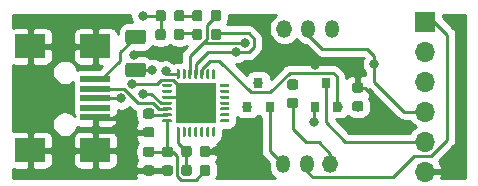
<source format=gbr>
G04 #@! TF.GenerationSoftware,KiCad,Pcbnew,(5.1.6)-1*
G04 #@! TF.CreationDate,2021-04-01T10:41:09+07:00*
G04 #@! TF.ProjectId,esp-avr-usb-converter,6573702d-6176-4722-9d75-73622d636f6e,rev?*
G04 #@! TF.SameCoordinates,Original*
G04 #@! TF.FileFunction,Copper,L1,Top*
G04 #@! TF.FilePolarity,Positive*
%FSLAX46Y46*%
G04 Gerber Fmt 4.6, Leading zero omitted, Abs format (unit mm)*
G04 Created by KiCad (PCBNEW (5.1.6)-1) date 2021-04-01 10:41:09*
%MOMM*%
%LPD*%
G01*
G04 APERTURE LIST*
G04 #@! TA.AperFunction,SMDPad,CuDef*
%ADD10R,2.500000X2.000000*%
G04 #@! TD*
G04 #@! TA.AperFunction,SMDPad,CuDef*
%ADD11R,2.500000X0.500000*%
G04 #@! TD*
G04 #@! TA.AperFunction,ComponentPad*
%ADD12R,1.700000X1.700000*%
G04 #@! TD*
G04 #@! TA.AperFunction,ComponentPad*
%ADD13O,1.700000X1.700000*%
G04 #@! TD*
G04 #@! TA.AperFunction,SMDPad,CuDef*
%ADD14R,0.800000X0.900000*%
G04 #@! TD*
G04 #@! TA.AperFunction,ComponentPad*
%ADD15O,1.200000X1.524000*%
G04 #@! TD*
G04 #@! TA.AperFunction,ComponentPad*
%ADD16O,1.300000X1.524000*%
G04 #@! TD*
G04 #@! TA.AperFunction,SMDPad,CuDef*
%ADD17R,3.350000X3.350000*%
G04 #@! TD*
G04 #@! TA.AperFunction,ViaPad*
%ADD18C,0.800000*%
G04 #@! TD*
G04 #@! TA.AperFunction,Conductor*
%ADD19C,0.250000*%
G04 #@! TD*
G04 #@! TA.AperFunction,Conductor*
%ADD20C,0.254000*%
G04 #@! TD*
G04 APERTURE END LIST*
G04 #@! TO.P,C3,2*
G04 #@! TO.N,/CP2102N-GQFN28/DTR*
G04 #@! TA.AperFunction,SMDPad,CuDef*
G36*
G01*
X139956250Y-87362500D02*
X139443750Y-87362500D01*
G75*
G02*
X139225000Y-87143750I0J218750D01*
G01*
X139225000Y-86706250D01*
G75*
G02*
X139443750Y-86487500I218750J0D01*
G01*
X139956250Y-86487500D01*
G75*
G02*
X140175000Y-86706250I0J-218750D01*
G01*
X140175000Y-87143750D01*
G75*
G02*
X139956250Y-87362500I-218750J0D01*
G01*
G37*
G04 #@! TD.AperFunction*
G04 #@! TO.P,C3,1*
G04 #@! TO.N,Net-(C3-Pad1)*
G04 #@! TA.AperFunction,SMDPad,CuDef*
G36*
G01*
X139956250Y-88937500D02*
X139443750Y-88937500D01*
G75*
G02*
X139225000Y-88718750I0J218750D01*
G01*
X139225000Y-88281250D01*
G75*
G02*
X139443750Y-88062500I218750J0D01*
G01*
X139956250Y-88062500D01*
G75*
G02*
X140175000Y-88281250I0J-218750D01*
G01*
X140175000Y-88718750D01*
G75*
G02*
X139956250Y-88937500I-218750J0D01*
G01*
G37*
G04 #@! TD.AperFunction*
G04 #@! TD*
G04 #@! TO.P,C4,1*
G04 #@! TO.N,Net-(C4-Pad1)*
G04 #@! TA.AperFunction,SMDPad,CuDef*
G36*
G01*
X127243750Y-92187500D02*
X127756250Y-92187500D01*
G75*
G02*
X127975000Y-92406250I0J-218750D01*
G01*
X127975000Y-92843750D01*
G75*
G02*
X127756250Y-93062500I-218750J0D01*
G01*
X127243750Y-93062500D01*
G75*
G02*
X127025000Y-92843750I0J218750D01*
G01*
X127025000Y-92406250D01*
G75*
G02*
X127243750Y-92187500I218750J0D01*
G01*
G37*
G04 #@! TD.AperFunction*
G04 #@! TO.P,C4,2*
G04 #@! TO.N,GND*
G04 #@! TA.AperFunction,SMDPad,CuDef*
G36*
G01*
X127243750Y-93762500D02*
X127756250Y-93762500D01*
G75*
G02*
X127975000Y-93981250I0J-218750D01*
G01*
X127975000Y-94418750D01*
G75*
G02*
X127756250Y-94637500I-218750J0D01*
G01*
X127243750Y-94637500D01*
G75*
G02*
X127025000Y-94418750I0J218750D01*
G01*
X127025000Y-93981250D01*
G75*
G02*
X127243750Y-93762500I218750J0D01*
G01*
G37*
G04 #@! TD.AperFunction*
G04 #@! TD*
G04 #@! TO.P,C5,2*
G04 #@! TO.N,GND*
G04 #@! TA.AperFunction,SMDPad,CuDef*
G36*
G01*
X128843750Y-93762500D02*
X129356250Y-93762500D01*
G75*
G02*
X129575000Y-93981250I0J-218750D01*
G01*
X129575000Y-94418750D01*
G75*
G02*
X129356250Y-94637500I-218750J0D01*
G01*
X128843750Y-94637500D01*
G75*
G02*
X128625000Y-94418750I0J218750D01*
G01*
X128625000Y-93981250D01*
G75*
G02*
X128843750Y-93762500I218750J0D01*
G01*
G37*
G04 #@! TD.AperFunction*
G04 #@! TO.P,C5,1*
G04 #@! TO.N,Net-(C4-Pad1)*
G04 #@! TA.AperFunction,SMDPad,CuDef*
G36*
G01*
X128843750Y-92187500D02*
X129356250Y-92187500D01*
G75*
G02*
X129575000Y-92406250I0J-218750D01*
G01*
X129575000Y-92843750D01*
G75*
G02*
X129356250Y-93062500I-218750J0D01*
G01*
X128843750Y-93062500D01*
G75*
G02*
X128625000Y-92843750I0J218750D01*
G01*
X128625000Y-92406250D01*
G75*
G02*
X128843750Y-92187500I218750J0D01*
G01*
G37*
G04 #@! TD.AperFunction*
G04 #@! TD*
G04 #@! TO.P,C6,1*
G04 #@! TO.N,GND*
G04 #@! TA.AperFunction,SMDPad,CuDef*
G36*
G01*
X127756250Y-91412500D02*
X127243750Y-91412500D01*
G75*
G02*
X127025000Y-91193750I0J218750D01*
G01*
X127025000Y-90756250D01*
G75*
G02*
X127243750Y-90537500I218750J0D01*
G01*
X127756250Y-90537500D01*
G75*
G02*
X127975000Y-90756250I0J-218750D01*
G01*
X127975000Y-91193750D01*
G75*
G02*
X127756250Y-91412500I-218750J0D01*
G01*
G37*
G04 #@! TD.AperFunction*
G04 #@! TO.P,C6,2*
G04 #@! TO.N,/CP2102N-GQFN28/VDD*
G04 #@! TA.AperFunction,SMDPad,CuDef*
G36*
G01*
X127756250Y-89837500D02*
X127243750Y-89837500D01*
G75*
G02*
X127025000Y-89618750I0J218750D01*
G01*
X127025000Y-89181250D01*
G75*
G02*
X127243750Y-88962500I218750J0D01*
G01*
X127756250Y-88962500D01*
G75*
G02*
X127975000Y-89181250I0J-218750D01*
G01*
X127975000Y-89618750D01*
G75*
G02*
X127756250Y-89837500I-218750J0D01*
G01*
G37*
G04 #@! TD.AperFunction*
G04 #@! TD*
G04 #@! TO.P,D1,2*
G04 #@! TO.N,Net-(D1-Pad2)*
G04 #@! TA.AperFunction,SMDPad,CuDef*
G36*
G01*
X144943750Y-88337500D02*
X145456250Y-88337500D01*
G75*
G02*
X145675000Y-88556250I0J-218750D01*
G01*
X145675000Y-88993750D01*
G75*
G02*
X145456250Y-89212500I-218750J0D01*
G01*
X144943750Y-89212500D01*
G75*
G02*
X144725000Y-88993750I0J218750D01*
G01*
X144725000Y-88556250D01*
G75*
G02*
X144943750Y-88337500I218750J0D01*
G01*
G37*
G04 #@! TD.AperFunction*
G04 #@! TO.P,D1,1*
G04 #@! TO.N,GND*
G04 #@! TA.AperFunction,SMDPad,CuDef*
G36*
G01*
X144943750Y-86762500D02*
X145456250Y-86762500D01*
G75*
G02*
X145675000Y-86981250I0J-218750D01*
G01*
X145675000Y-87418750D01*
G75*
G02*
X145456250Y-87637500I-218750J0D01*
G01*
X144943750Y-87637500D01*
G75*
G02*
X144725000Y-87418750I0J218750D01*
G01*
X144725000Y-86981250D01*
G75*
G02*
X144943750Y-86762500I218750J0D01*
G01*
G37*
G04 #@! TD.AperFunction*
G04 #@! TD*
G04 #@! TO.P,D3,1*
G04 #@! TO.N,Net-(D3-Pad1)*
G04 #@! TA.AperFunction,SMDPad,CuDef*
G36*
G01*
X130537500Y-80843750D02*
X130537500Y-81356250D01*
G75*
G02*
X130318750Y-81575000I-218750J0D01*
G01*
X129881250Y-81575000D01*
G75*
G02*
X129662500Y-81356250I0J218750D01*
G01*
X129662500Y-80843750D01*
G75*
G02*
X129881250Y-80625000I218750J0D01*
G01*
X130318750Y-80625000D01*
G75*
G02*
X130537500Y-80843750I0J-218750D01*
G01*
G37*
G04 #@! TD.AperFunction*
G04 #@! TO.P,D3,2*
G04 #@! TO.N,+3V3*
G04 #@! TA.AperFunction,SMDPad,CuDef*
G36*
G01*
X128962500Y-80843750D02*
X128962500Y-81356250D01*
G75*
G02*
X128743750Y-81575000I-218750J0D01*
G01*
X128306250Y-81575000D01*
G75*
G02*
X128087500Y-81356250I0J218750D01*
G01*
X128087500Y-80843750D01*
G75*
G02*
X128306250Y-80625000I218750J0D01*
G01*
X128743750Y-80625000D01*
G75*
G02*
X128962500Y-80843750I0J-218750D01*
G01*
G37*
G04 #@! TD.AperFunction*
G04 #@! TD*
G04 #@! TO.P,D4,2*
G04 #@! TO.N,+3V3*
G04 #@! TA.AperFunction,SMDPad,CuDef*
G36*
G01*
X128950000Y-82443750D02*
X128950000Y-82956250D01*
G75*
G02*
X128731250Y-83175000I-218750J0D01*
G01*
X128293750Y-83175000D01*
G75*
G02*
X128075000Y-82956250I0J218750D01*
G01*
X128075000Y-82443750D01*
G75*
G02*
X128293750Y-82225000I218750J0D01*
G01*
X128731250Y-82225000D01*
G75*
G02*
X128950000Y-82443750I0J-218750D01*
G01*
G37*
G04 #@! TD.AperFunction*
G04 #@! TO.P,D4,1*
G04 #@! TO.N,Net-(D4-Pad1)*
G04 #@! TA.AperFunction,SMDPad,CuDef*
G36*
G01*
X130525000Y-82443750D02*
X130525000Y-82956250D01*
G75*
G02*
X130306250Y-83175000I-218750J0D01*
G01*
X129868750Y-83175000D01*
G75*
G02*
X129650000Y-82956250I0J218750D01*
G01*
X129650000Y-82443750D01*
G75*
G02*
X129868750Y-82225000I218750J0D01*
G01*
X130306250Y-82225000D01*
G75*
G02*
X130525000Y-82443750I0J-218750D01*
G01*
G37*
G04 #@! TD.AperFunction*
G04 #@! TD*
D10*
G04 #@! TO.P,J1,6*
G04 #@! TO.N,GND*
X117500000Y-83700000D03*
X117500000Y-92500000D03*
X123000000Y-83700000D03*
X123000000Y-92500000D03*
D11*
G04 #@! TO.P,J1,1*
G04 #@! TO.N,/CP2102N-GQFN28/VBUS*
X123000000Y-86500000D03*
G04 #@! TO.P,J1,2*
G04 #@! TO.N,/CP2102N-GQFN28/D-*
X123000000Y-87300000D03*
G04 #@! TO.P,J1,3*
G04 #@! TO.N,/CP2102N-GQFN28/D+*
X123000000Y-88100000D03*
G04 #@! TO.P,J1,4*
G04 #@! TO.N,Net-(J1-Pad4)*
X123000000Y-88900000D03*
G04 #@! TO.P,J1,5*
G04 #@! TO.N,GND*
X123000000Y-89700000D03*
G04 #@! TD*
D12*
G04 #@! TO.P,J2,1*
G04 #@! TO.N,/DTR*
X150900000Y-81600000D03*
D13*
G04 #@! TO.P,J2,2*
G04 #@! TO.N,/RX*
X150900000Y-84140000D03*
G04 #@! TO.P,J2,3*
G04 #@! TO.N,/TX*
X150900000Y-86680000D03*
G04 #@! TO.P,J2,4*
G04 #@! TO.N,/VCC*
X150900000Y-89220000D03*
G04 #@! TO.P,J2,5*
G04 #@! TO.N,/EN*
X150900000Y-91760000D03*
G04 #@! TO.P,J2,6*
G04 #@! TO.N,GND*
X150900000Y-94300000D03*
G04 #@! TD*
D14*
G04 #@! TO.P,Q1,3*
G04 #@! TO.N,/EN*
X142500000Y-86800000D03*
G04 #@! TO.P,Q1,2*
G04 #@! TO.N,/CP2102N-GQFN28/RST*
X143450000Y-88800000D03*
G04 #@! TO.P,Q1,1*
G04 #@! TO.N,Net-(Q1-Pad1)*
X141550000Y-88800000D03*
G04 #@! TD*
G04 #@! TO.P,Q2,1*
G04 #@! TO.N,Net-(Q2-Pad1)*
X135850000Y-88800000D03*
G04 #@! TO.P,Q2,2*
G04 #@! TO.N,Net-(Q2-Pad2)*
X137750000Y-88800000D03*
G04 #@! TO.P,Q2,3*
G04 #@! TO.N,/CP2102N-GQFN28/DTR*
X136800000Y-86800000D03*
G04 #@! TD*
G04 #@! TO.P,R5,1*
G04 #@! TO.N,Net-(R5-Pad1)*
G04 #@! TA.AperFunction,SMDPad,CuDef*
G36*
G01*
X130262500Y-92856250D02*
X130262500Y-92343750D01*
G75*
G02*
X130481250Y-92125000I218750J0D01*
G01*
X130918750Y-92125000D01*
G75*
G02*
X131137500Y-92343750I0J-218750D01*
G01*
X131137500Y-92856250D01*
G75*
G02*
X130918750Y-93075000I-218750J0D01*
G01*
X130481250Y-93075000D01*
G75*
G02*
X130262500Y-92856250I0J218750D01*
G01*
G37*
G04 #@! TD.AperFunction*
G04 #@! TO.P,R5,2*
G04 #@! TO.N,GND*
G04 #@! TA.AperFunction,SMDPad,CuDef*
G36*
G01*
X131837500Y-92856250D02*
X131837500Y-92343750D01*
G75*
G02*
X132056250Y-92125000I218750J0D01*
G01*
X132493750Y-92125000D01*
G75*
G02*
X132712500Y-92343750I0J-218750D01*
G01*
X132712500Y-92856250D01*
G75*
G02*
X132493750Y-93075000I-218750J0D01*
G01*
X132056250Y-93075000D01*
G75*
G02*
X131837500Y-92856250I0J218750D01*
G01*
G37*
G04 #@! TD.AperFunction*
G04 #@! TD*
G04 #@! TO.P,R6,2*
G04 #@! TO.N,Net-(R5-Pad1)*
G04 #@! TA.AperFunction,SMDPad,CuDef*
G36*
G01*
X131137500Y-93943750D02*
X131137500Y-94456250D01*
G75*
G02*
X130918750Y-94675000I-218750J0D01*
G01*
X130481250Y-94675000D01*
G75*
G02*
X130262500Y-94456250I0J218750D01*
G01*
X130262500Y-93943750D01*
G75*
G02*
X130481250Y-93725000I218750J0D01*
G01*
X130918750Y-93725000D01*
G75*
G02*
X131137500Y-93943750I0J-218750D01*
G01*
G37*
G04 #@! TD.AperFunction*
G04 #@! TO.P,R6,1*
G04 #@! TO.N,Net-(C4-Pad1)*
G04 #@! TA.AperFunction,SMDPad,CuDef*
G36*
G01*
X132712500Y-93943750D02*
X132712500Y-94456250D01*
G75*
G02*
X132493750Y-94675000I-218750J0D01*
G01*
X132056250Y-94675000D01*
G75*
G02*
X131837500Y-94456250I0J218750D01*
G01*
X131837500Y-93943750D01*
G75*
G02*
X132056250Y-93725000I218750J0D01*
G01*
X132493750Y-93725000D01*
G75*
G02*
X132712500Y-93943750I0J-218750D01*
G01*
G37*
G04 #@! TD.AperFunction*
G04 #@! TD*
G04 #@! TO.P,R7,1*
G04 #@! TO.N,Net-(D3-Pad1)*
G04 #@! TA.AperFunction,SMDPad,CuDef*
G36*
G01*
X131187500Y-81356250D02*
X131187500Y-80843750D01*
G75*
G02*
X131406250Y-80625000I218750J0D01*
G01*
X131843750Y-80625000D01*
G75*
G02*
X132062500Y-80843750I0J-218750D01*
G01*
X132062500Y-81356250D01*
G75*
G02*
X131843750Y-81575000I-218750J0D01*
G01*
X131406250Y-81575000D01*
G75*
G02*
X131187500Y-81356250I0J218750D01*
G01*
G37*
G04 #@! TD.AperFunction*
G04 #@! TO.P,R7,2*
G04 #@! TO.N,/TX*
G04 #@! TA.AperFunction,SMDPad,CuDef*
G36*
G01*
X132762500Y-81356250D02*
X132762500Y-80843750D01*
G75*
G02*
X132981250Y-80625000I218750J0D01*
G01*
X133418750Y-80625000D01*
G75*
G02*
X133637500Y-80843750I0J-218750D01*
G01*
X133637500Y-81356250D01*
G75*
G02*
X133418750Y-81575000I-218750J0D01*
G01*
X132981250Y-81575000D01*
G75*
G02*
X132762500Y-81356250I0J218750D01*
G01*
G37*
G04 #@! TD.AperFunction*
G04 #@! TD*
G04 #@! TO.P,R8,2*
G04 #@! TO.N,/RX*
G04 #@! TA.AperFunction,SMDPad,CuDef*
G36*
G01*
X132762500Y-82956250D02*
X132762500Y-82443750D01*
G75*
G02*
X132981250Y-82225000I218750J0D01*
G01*
X133418750Y-82225000D01*
G75*
G02*
X133637500Y-82443750I0J-218750D01*
G01*
X133637500Y-82956250D01*
G75*
G02*
X133418750Y-83175000I-218750J0D01*
G01*
X132981250Y-83175000D01*
G75*
G02*
X132762500Y-82956250I0J218750D01*
G01*
G37*
G04 #@! TD.AperFunction*
G04 #@! TO.P,R8,1*
G04 #@! TO.N,Net-(D4-Pad1)*
G04 #@! TA.AperFunction,SMDPad,CuDef*
G36*
G01*
X131187500Y-82956250D02*
X131187500Y-82443750D01*
G75*
G02*
X131406250Y-82225000I218750J0D01*
G01*
X131843750Y-82225000D01*
G75*
G02*
X132062500Y-82443750I0J-218750D01*
G01*
X132062500Y-82956250D01*
G75*
G02*
X131843750Y-83175000I-218750J0D01*
G01*
X131406250Y-83175000D01*
G75*
G02*
X131187500Y-82956250I0J218750D01*
G01*
G37*
G04 #@! TD.AperFunction*
G04 #@! TD*
D15*
G04 #@! TO.P,SW1,2*
G04 #@! TO.N,/DTR*
X140900000Y-93700000D03*
D16*
G04 #@! TO.P,SW1,3*
G04 #@! TO.N,Net-(C3-Pad1)*
X142900000Y-93700000D03*
D15*
G04 #@! TO.P,SW1,1*
G04 #@! TO.N,Net-(Q2-Pad2)*
X138900000Y-93700000D03*
G04 #@! TD*
G04 #@! TO.P,SW2,1*
G04 #@! TO.N,+3V3*
X143000000Y-82200000D03*
D16*
G04 #@! TO.P,SW2,3*
G04 #@! TO.N,/CP2102N-GQFN28/5V*
X139000000Y-82200000D03*
D15*
G04 #@! TO.P,SW2,2*
G04 #@! TO.N,/VCC*
X141000000Y-82200000D03*
G04 #@! TD*
G04 #@! TO.P,U2,1*
G04 #@! TO.N,Net-(U2-Pad1)*
G04 #@! TA.AperFunction,SMDPad,CuDef*
G36*
G01*
X128650000Y-87062500D02*
X128650000Y-86937500D01*
G75*
G02*
X128712500Y-86875000I62500J0D01*
G01*
X129387500Y-86875000D01*
G75*
G02*
X129450000Y-86937500I0J-62500D01*
G01*
X129450000Y-87062500D01*
G75*
G02*
X129387500Y-87125000I-62500J0D01*
G01*
X128712500Y-87125000D01*
G75*
G02*
X128650000Y-87062500I0J62500D01*
G01*
G37*
G04 #@! TD.AperFunction*
G04 #@! TO.P,U2,2*
G04 #@! TO.N,Net-(U2-Pad2)*
G04 #@! TA.AperFunction,SMDPad,CuDef*
G36*
G01*
X128650000Y-87562500D02*
X128650000Y-87437500D01*
G75*
G02*
X128712500Y-87375000I62500J0D01*
G01*
X129387500Y-87375000D01*
G75*
G02*
X129450000Y-87437500I0J-62500D01*
G01*
X129450000Y-87562500D01*
G75*
G02*
X129387500Y-87625000I-62500J0D01*
G01*
X128712500Y-87625000D01*
G75*
G02*
X128650000Y-87562500I0J62500D01*
G01*
G37*
G04 #@! TD.AperFunction*
G04 #@! TO.P,U2,3*
G04 #@! TO.N,GND*
G04 #@! TA.AperFunction,SMDPad,CuDef*
G36*
G01*
X128650000Y-88062500D02*
X128650000Y-87937500D01*
G75*
G02*
X128712500Y-87875000I62500J0D01*
G01*
X129387500Y-87875000D01*
G75*
G02*
X129450000Y-87937500I0J-62500D01*
G01*
X129450000Y-88062500D01*
G75*
G02*
X129387500Y-88125000I-62500J0D01*
G01*
X128712500Y-88125000D01*
G75*
G02*
X128650000Y-88062500I0J62500D01*
G01*
G37*
G04 #@! TD.AperFunction*
G04 #@! TO.P,U2,4*
G04 #@! TO.N,/CP2102N-GQFN28/D+*
G04 #@! TA.AperFunction,SMDPad,CuDef*
G36*
G01*
X128650000Y-88562500D02*
X128650000Y-88437500D01*
G75*
G02*
X128712500Y-88375000I62500J0D01*
G01*
X129387500Y-88375000D01*
G75*
G02*
X129450000Y-88437500I0J-62500D01*
G01*
X129450000Y-88562500D01*
G75*
G02*
X129387500Y-88625000I-62500J0D01*
G01*
X128712500Y-88625000D01*
G75*
G02*
X128650000Y-88562500I0J62500D01*
G01*
G37*
G04 #@! TD.AperFunction*
G04 #@! TO.P,U2,5*
G04 #@! TO.N,/CP2102N-GQFN28/D-*
G04 #@! TA.AperFunction,SMDPad,CuDef*
G36*
G01*
X128650000Y-89062500D02*
X128650000Y-88937500D01*
G75*
G02*
X128712500Y-88875000I62500J0D01*
G01*
X129387500Y-88875000D01*
G75*
G02*
X129450000Y-88937500I0J-62500D01*
G01*
X129450000Y-89062500D01*
G75*
G02*
X129387500Y-89125000I-62500J0D01*
G01*
X128712500Y-89125000D01*
G75*
G02*
X128650000Y-89062500I0J62500D01*
G01*
G37*
G04 #@! TD.AperFunction*
G04 #@! TO.P,U2,6*
G04 #@! TO.N,/CP2102N-GQFN28/VDD*
G04 #@! TA.AperFunction,SMDPad,CuDef*
G36*
G01*
X128650000Y-89562500D02*
X128650000Y-89437500D01*
G75*
G02*
X128712500Y-89375000I62500J0D01*
G01*
X129387500Y-89375000D01*
G75*
G02*
X129450000Y-89437500I0J-62500D01*
G01*
X129450000Y-89562500D01*
G75*
G02*
X129387500Y-89625000I-62500J0D01*
G01*
X128712500Y-89625000D01*
G75*
G02*
X128650000Y-89562500I0J62500D01*
G01*
G37*
G04 #@! TD.AperFunction*
G04 #@! TO.P,U2,7*
G04 #@! TO.N,Net-(C4-Pad1)*
G04 #@! TA.AperFunction,SMDPad,CuDef*
G36*
G01*
X128650000Y-90062500D02*
X128650000Y-89937500D01*
G75*
G02*
X128712500Y-89875000I62500J0D01*
G01*
X129387500Y-89875000D01*
G75*
G02*
X129450000Y-89937500I0J-62500D01*
G01*
X129450000Y-90062500D01*
G75*
G02*
X129387500Y-90125000I-62500J0D01*
G01*
X128712500Y-90125000D01*
G75*
G02*
X128650000Y-90062500I0J62500D01*
G01*
G37*
G04 #@! TD.AperFunction*
G04 #@! TO.P,U2,8*
G04 #@! TO.N,Net-(R5-Pad1)*
G04 #@! TA.AperFunction,SMDPad,CuDef*
G36*
G01*
X129875000Y-91287500D02*
X129875000Y-90612500D01*
G75*
G02*
X129937500Y-90550000I62500J0D01*
G01*
X130062500Y-90550000D01*
G75*
G02*
X130125000Y-90612500I0J-62500D01*
G01*
X130125000Y-91287500D01*
G75*
G02*
X130062500Y-91350000I-62500J0D01*
G01*
X129937500Y-91350000D01*
G75*
G02*
X129875000Y-91287500I0J62500D01*
G01*
G37*
G04 #@! TD.AperFunction*
G04 #@! TO.P,U2,9*
G04 #@! TO.N,Net-(U2-Pad9)*
G04 #@! TA.AperFunction,SMDPad,CuDef*
G36*
G01*
X130375000Y-91287500D02*
X130375000Y-90612500D01*
G75*
G02*
X130437500Y-90550000I62500J0D01*
G01*
X130562500Y-90550000D01*
G75*
G02*
X130625000Y-90612500I0J-62500D01*
G01*
X130625000Y-91287500D01*
G75*
G02*
X130562500Y-91350000I-62500J0D01*
G01*
X130437500Y-91350000D01*
G75*
G02*
X130375000Y-91287500I0J62500D01*
G01*
G37*
G04 #@! TD.AperFunction*
G04 #@! TO.P,U2,10*
G04 #@! TO.N,Net-(U2-Pad10)*
G04 #@! TA.AperFunction,SMDPad,CuDef*
G36*
G01*
X130875000Y-91287500D02*
X130875000Y-90612500D01*
G75*
G02*
X130937500Y-90550000I62500J0D01*
G01*
X131062500Y-90550000D01*
G75*
G02*
X131125000Y-90612500I0J-62500D01*
G01*
X131125000Y-91287500D01*
G75*
G02*
X131062500Y-91350000I-62500J0D01*
G01*
X130937500Y-91350000D01*
G75*
G02*
X130875000Y-91287500I0J62500D01*
G01*
G37*
G04 #@! TD.AperFunction*
G04 #@! TO.P,U2,11*
G04 #@! TO.N,Net-(U2-Pad11)*
G04 #@! TA.AperFunction,SMDPad,CuDef*
G36*
G01*
X131375000Y-91287500D02*
X131375000Y-90612500D01*
G75*
G02*
X131437500Y-90550000I62500J0D01*
G01*
X131562500Y-90550000D01*
G75*
G02*
X131625000Y-90612500I0J-62500D01*
G01*
X131625000Y-91287500D01*
G75*
G02*
X131562500Y-91350000I-62500J0D01*
G01*
X131437500Y-91350000D01*
G75*
G02*
X131375000Y-91287500I0J62500D01*
G01*
G37*
G04 #@! TD.AperFunction*
G04 #@! TO.P,U2,12*
G04 #@! TO.N,Net-(U2-Pad12)*
G04 #@! TA.AperFunction,SMDPad,CuDef*
G36*
G01*
X131875000Y-91287500D02*
X131875000Y-90612500D01*
G75*
G02*
X131937500Y-90550000I62500J0D01*
G01*
X132062500Y-90550000D01*
G75*
G02*
X132125000Y-90612500I0J-62500D01*
G01*
X132125000Y-91287500D01*
G75*
G02*
X132062500Y-91350000I-62500J0D01*
G01*
X131937500Y-91350000D01*
G75*
G02*
X131875000Y-91287500I0J62500D01*
G01*
G37*
G04 #@! TD.AperFunction*
G04 #@! TO.P,U2,13*
G04 #@! TO.N,Net-(U2-Pad13)*
G04 #@! TA.AperFunction,SMDPad,CuDef*
G36*
G01*
X132375000Y-91287500D02*
X132375000Y-90612500D01*
G75*
G02*
X132437500Y-90550000I62500J0D01*
G01*
X132562500Y-90550000D01*
G75*
G02*
X132625000Y-90612500I0J-62500D01*
G01*
X132625000Y-91287500D01*
G75*
G02*
X132562500Y-91350000I-62500J0D01*
G01*
X132437500Y-91350000D01*
G75*
G02*
X132375000Y-91287500I0J62500D01*
G01*
G37*
G04 #@! TD.AperFunction*
G04 #@! TO.P,U2,14*
G04 #@! TO.N,Net-(U2-Pad14)*
G04 #@! TA.AperFunction,SMDPad,CuDef*
G36*
G01*
X132875000Y-91287500D02*
X132875000Y-90612500D01*
G75*
G02*
X132937500Y-90550000I62500J0D01*
G01*
X133062500Y-90550000D01*
G75*
G02*
X133125000Y-90612500I0J-62500D01*
G01*
X133125000Y-91287500D01*
G75*
G02*
X133062500Y-91350000I-62500J0D01*
G01*
X132937500Y-91350000D01*
G75*
G02*
X132875000Y-91287500I0J62500D01*
G01*
G37*
G04 #@! TD.AperFunction*
G04 #@! TO.P,U2,15*
G04 #@! TO.N,Net-(U2-Pad15)*
G04 #@! TA.AperFunction,SMDPad,CuDef*
G36*
G01*
X133550000Y-90062500D02*
X133550000Y-89937500D01*
G75*
G02*
X133612500Y-89875000I62500J0D01*
G01*
X134287500Y-89875000D01*
G75*
G02*
X134350000Y-89937500I0J-62500D01*
G01*
X134350000Y-90062500D01*
G75*
G02*
X134287500Y-90125000I-62500J0D01*
G01*
X133612500Y-90125000D01*
G75*
G02*
X133550000Y-90062500I0J62500D01*
G01*
G37*
G04 #@! TD.AperFunction*
G04 #@! TO.P,U2,16*
G04 #@! TO.N,Net-(U2-Pad16)*
G04 #@! TA.AperFunction,SMDPad,CuDef*
G36*
G01*
X133550000Y-89562500D02*
X133550000Y-89437500D01*
G75*
G02*
X133612500Y-89375000I62500J0D01*
G01*
X134287500Y-89375000D01*
G75*
G02*
X134350000Y-89437500I0J-62500D01*
G01*
X134350000Y-89562500D01*
G75*
G02*
X134287500Y-89625000I-62500J0D01*
G01*
X133612500Y-89625000D01*
G75*
G02*
X133550000Y-89562500I0J62500D01*
G01*
G37*
G04 #@! TD.AperFunction*
G04 #@! TO.P,U2,17*
G04 #@! TO.N,Net-(U2-Pad17)*
G04 #@! TA.AperFunction,SMDPad,CuDef*
G36*
G01*
X133550000Y-89062500D02*
X133550000Y-88937500D01*
G75*
G02*
X133612500Y-88875000I62500J0D01*
G01*
X134287500Y-88875000D01*
G75*
G02*
X134350000Y-88937500I0J-62500D01*
G01*
X134350000Y-89062500D01*
G75*
G02*
X134287500Y-89125000I-62500J0D01*
G01*
X133612500Y-89125000D01*
G75*
G02*
X133550000Y-89062500I0J62500D01*
G01*
G37*
G04 #@! TD.AperFunction*
G04 #@! TO.P,U2,18*
G04 #@! TO.N,Net-(U2-Pad18)*
G04 #@! TA.AperFunction,SMDPad,CuDef*
G36*
G01*
X133550000Y-88562500D02*
X133550000Y-88437500D01*
G75*
G02*
X133612500Y-88375000I62500J0D01*
G01*
X134287500Y-88375000D01*
G75*
G02*
X134350000Y-88437500I0J-62500D01*
G01*
X134350000Y-88562500D01*
G75*
G02*
X134287500Y-88625000I-62500J0D01*
G01*
X133612500Y-88625000D01*
G75*
G02*
X133550000Y-88562500I0J62500D01*
G01*
G37*
G04 #@! TD.AperFunction*
G04 #@! TO.P,U2,19*
G04 #@! TO.N,Net-(U2-Pad19)*
G04 #@! TA.AperFunction,SMDPad,CuDef*
G36*
G01*
X133550000Y-88062500D02*
X133550000Y-87937500D01*
G75*
G02*
X133612500Y-87875000I62500J0D01*
G01*
X134287500Y-87875000D01*
G75*
G02*
X134350000Y-87937500I0J-62500D01*
G01*
X134350000Y-88062500D01*
G75*
G02*
X134287500Y-88125000I-62500J0D01*
G01*
X133612500Y-88125000D01*
G75*
G02*
X133550000Y-88062500I0J62500D01*
G01*
G37*
G04 #@! TD.AperFunction*
G04 #@! TO.P,U2,20*
G04 #@! TO.N,Net-(U2-Pad20)*
G04 #@! TA.AperFunction,SMDPad,CuDef*
G36*
G01*
X133550000Y-87562500D02*
X133550000Y-87437500D01*
G75*
G02*
X133612500Y-87375000I62500J0D01*
G01*
X134287500Y-87375000D01*
G75*
G02*
X134350000Y-87437500I0J-62500D01*
G01*
X134350000Y-87562500D01*
G75*
G02*
X134287500Y-87625000I-62500J0D01*
G01*
X133612500Y-87625000D01*
G75*
G02*
X133550000Y-87562500I0J62500D01*
G01*
G37*
G04 #@! TD.AperFunction*
G04 #@! TO.P,U2,21*
G04 #@! TO.N,Net-(U2-Pad21)*
G04 #@! TA.AperFunction,SMDPad,CuDef*
G36*
G01*
X133550000Y-87062500D02*
X133550000Y-86937500D01*
G75*
G02*
X133612500Y-86875000I62500J0D01*
G01*
X134287500Y-86875000D01*
G75*
G02*
X134350000Y-86937500I0J-62500D01*
G01*
X134350000Y-87062500D01*
G75*
G02*
X134287500Y-87125000I-62500J0D01*
G01*
X133612500Y-87125000D01*
G75*
G02*
X133550000Y-87062500I0J62500D01*
G01*
G37*
G04 #@! TD.AperFunction*
G04 #@! TO.P,U2,22*
G04 #@! TO.N,Net-(U2-Pad22)*
G04 #@! TA.AperFunction,SMDPad,CuDef*
G36*
G01*
X132875000Y-86387500D02*
X132875000Y-85712500D01*
G75*
G02*
X132937500Y-85650000I62500J0D01*
G01*
X133062500Y-85650000D01*
G75*
G02*
X133125000Y-85712500I0J-62500D01*
G01*
X133125000Y-86387500D01*
G75*
G02*
X133062500Y-86450000I-62500J0D01*
G01*
X132937500Y-86450000D01*
G75*
G02*
X132875000Y-86387500I0J62500D01*
G01*
G37*
G04 #@! TD.AperFunction*
G04 #@! TO.P,U2,23*
G04 #@! TO.N,/CP2102N-GQFN28/CTS*
G04 #@! TA.AperFunction,SMDPad,CuDef*
G36*
G01*
X132375000Y-86387500D02*
X132375000Y-85712500D01*
G75*
G02*
X132437500Y-85650000I62500J0D01*
G01*
X132562500Y-85650000D01*
G75*
G02*
X132625000Y-85712500I0J-62500D01*
G01*
X132625000Y-86387500D01*
G75*
G02*
X132562500Y-86450000I-62500J0D01*
G01*
X132437500Y-86450000D01*
G75*
G02*
X132375000Y-86387500I0J62500D01*
G01*
G37*
G04 #@! TD.AperFunction*
G04 #@! TO.P,U2,24*
G04 #@! TO.N,/CP2102N-GQFN28/RST*
G04 #@! TA.AperFunction,SMDPad,CuDef*
G36*
G01*
X131875000Y-86387500D02*
X131875000Y-85712500D01*
G75*
G02*
X131937500Y-85650000I62500J0D01*
G01*
X132062500Y-85650000D01*
G75*
G02*
X132125000Y-85712500I0J-62500D01*
G01*
X132125000Y-86387500D01*
G75*
G02*
X132062500Y-86450000I-62500J0D01*
G01*
X131937500Y-86450000D01*
G75*
G02*
X131875000Y-86387500I0J62500D01*
G01*
G37*
G04 #@! TD.AperFunction*
G04 #@! TO.P,U2,25*
G04 #@! TO.N,/RX*
G04 #@! TA.AperFunction,SMDPad,CuDef*
G36*
G01*
X131375000Y-86387500D02*
X131375000Y-85712500D01*
G75*
G02*
X131437500Y-85650000I62500J0D01*
G01*
X131562500Y-85650000D01*
G75*
G02*
X131625000Y-85712500I0J-62500D01*
G01*
X131625000Y-86387500D01*
G75*
G02*
X131562500Y-86450000I-62500J0D01*
G01*
X131437500Y-86450000D01*
G75*
G02*
X131375000Y-86387500I0J62500D01*
G01*
G37*
G04 #@! TD.AperFunction*
G04 #@! TO.P,U2,26*
G04 #@! TO.N,/TX*
G04 #@! TA.AperFunction,SMDPad,CuDef*
G36*
G01*
X130875000Y-86387500D02*
X130875000Y-85712500D01*
G75*
G02*
X130937500Y-85650000I62500J0D01*
G01*
X131062500Y-85650000D01*
G75*
G02*
X131125000Y-85712500I0J-62500D01*
G01*
X131125000Y-86387500D01*
G75*
G02*
X131062500Y-86450000I-62500J0D01*
G01*
X130937500Y-86450000D01*
G75*
G02*
X130875000Y-86387500I0J62500D01*
G01*
G37*
G04 #@! TD.AperFunction*
G04 #@! TO.P,U2,27*
G04 #@! TO.N,Net-(U2-Pad27)*
G04 #@! TA.AperFunction,SMDPad,CuDef*
G36*
G01*
X130375000Y-86387500D02*
X130375000Y-85712500D01*
G75*
G02*
X130437500Y-85650000I62500J0D01*
G01*
X130562500Y-85650000D01*
G75*
G02*
X130625000Y-85712500I0J-62500D01*
G01*
X130625000Y-86387500D01*
G75*
G02*
X130562500Y-86450000I-62500J0D01*
G01*
X130437500Y-86450000D01*
G75*
G02*
X130375000Y-86387500I0J62500D01*
G01*
G37*
G04 #@! TD.AperFunction*
G04 #@! TO.P,U2,28*
G04 #@! TO.N,/CP2102N-GQFN28/DTR*
G04 #@! TA.AperFunction,SMDPad,CuDef*
G36*
G01*
X129875000Y-86387500D02*
X129875000Y-85712500D01*
G75*
G02*
X129937500Y-85650000I62500J0D01*
G01*
X130062500Y-85650000D01*
G75*
G02*
X130125000Y-85712500I0J-62500D01*
G01*
X130125000Y-86387500D01*
G75*
G02*
X130062500Y-86450000I-62500J0D01*
G01*
X129937500Y-86450000D01*
G75*
G02*
X129875000Y-86387500I0J62500D01*
G01*
G37*
G04 #@! TD.AperFunction*
D17*
G04 #@! TO.P,U2,29*
G04 #@! TO.N,GND*
X131500000Y-88500000D03*
G04 #@! TD*
G04 #@! TO.P,F2,1*
G04 #@! TO.N,/CP2102N-GQFN28/VBUS*
G04 #@! TA.AperFunction,SMDPad,CuDef*
G36*
G01*
X125775000Y-82275000D02*
X127025000Y-82275000D01*
G75*
G02*
X127275000Y-82525000I0J-250000D01*
G01*
X127275000Y-83275000D01*
G75*
G02*
X127025000Y-83525000I-250000J0D01*
G01*
X125775000Y-83525000D01*
G75*
G02*
X125525000Y-83275000I0J250000D01*
G01*
X125525000Y-82525000D01*
G75*
G02*
X125775000Y-82275000I250000J0D01*
G01*
G37*
G04 #@! TD.AperFunction*
G04 #@! TO.P,F2,2*
G04 #@! TO.N,Net-(C4-Pad1)*
G04 #@! TA.AperFunction,SMDPad,CuDef*
G36*
G01*
X125775000Y-85075000D02*
X127025000Y-85075000D01*
G75*
G02*
X127275000Y-85325000I0J-250000D01*
G01*
X127275000Y-86075000D01*
G75*
G02*
X127025000Y-86325000I-250000J0D01*
G01*
X125775000Y-86325000D01*
G75*
G02*
X125525000Y-86075000I0J250000D01*
G01*
X125525000Y-85325000D01*
G75*
G02*
X125775000Y-85075000I250000J0D01*
G01*
G37*
G04 #@! TD.AperFunction*
G04 #@! TD*
D18*
G04 #@! TO.N,GND*
X123000000Y-83600000D03*
X117500000Y-83600000D03*
X117400000Y-92400000D03*
X126100000Y-86900000D03*
X123000000Y-92500000D03*
X136400000Y-85300000D03*
X141550000Y-85250000D03*
X129800000Y-84650000D03*
X126300000Y-84400000D03*
X127500000Y-94200000D03*
X133200000Y-92600000D03*
X145100000Y-85400000D03*
X131500000Y-88124998D03*
X125800000Y-89750000D03*
X146600000Y-90350000D03*
G04 #@! TO.N,/CP2102N-GQFN28/DTR*
X139700000Y-87000000D03*
X136800000Y-86800000D03*
X128933470Y-85824043D03*
G04 #@! TO.N,Net-(C4-Pad1)*
X127800000Y-85700000D03*
X127500000Y-92625000D03*
G04 #@! TO.N,Net-(D1-Pad2)*
X145200000Y-88800000D03*
G04 #@! TO.N,/CP2102N-GQFN28/D+*
X125187347Y-88112653D03*
X127000000Y-87700000D03*
G04 #@! TO.N,/RX*
X134900000Y-84200000D03*
G04 #@! TO.N,/TX*
X135700000Y-83400000D03*
G04 #@! TO.N,/VCC*
X146600000Y-85200000D03*
G04 #@! TO.N,/CP2102N-GQFN28/RST*
X143500000Y-88800000D03*
G04 #@! TO.N,Net-(Q1-Pad1)*
X141500000Y-90100000D03*
G04 #@! TO.N,Net-(Q2-Pad1)*
X135850000Y-88800000D03*
G04 #@! TO.N,+3V3*
X126987010Y-81112990D03*
G04 #@! TD*
D19*
G04 #@! TO.N,GND*
X127500000Y-90975000D02*
X123025000Y-90975000D01*
X123000000Y-89700000D02*
X123000000Y-91000000D01*
X123025000Y-90975000D02*
X123000000Y-91000000D01*
X123000000Y-91000000D02*
X123000000Y-92500000D01*
X129100000Y-94200000D02*
X127500000Y-94200000D01*
X128201978Y-86900000D02*
X126100000Y-86900000D01*
X128551988Y-86549990D02*
X128201978Y-86900000D01*
X131500000Y-88500000D02*
X129549990Y-86549990D01*
X129549990Y-86549990D02*
X128551988Y-86549990D01*
X123000000Y-91000000D02*
X123000000Y-91000000D01*
X123000000Y-92500000D02*
X123000000Y-92500000D01*
X129500000Y-85000000D02*
X128900000Y-84400000D01*
X128900000Y-84400000D02*
X126300000Y-84400000D01*
X127500000Y-94200000D02*
X127500000Y-94200000D01*
X131000000Y-88000000D02*
X131500000Y-88500000D01*
X129050000Y-88000000D02*
X131000000Y-88000000D01*
X145200000Y-87200000D02*
X145800000Y-87200000D01*
X145800000Y-87200000D02*
X146600000Y-88000000D01*
X146600000Y-88000000D02*
X146600000Y-90350000D01*
G04 #@! TO.N,/CP2102N-GQFN28/DTR*
X130000000Y-86050000D02*
X129159427Y-86050000D01*
X129159427Y-86050000D02*
X128933470Y-85824043D01*
G04 #@! TO.N,Net-(C3-Pad1)*
X142900000Y-92800000D02*
X142900000Y-93700000D01*
X139700000Y-88500000D02*
X139700000Y-90700000D01*
X141900000Y-91800000D02*
X142900000Y-92800000D01*
X140800000Y-91800000D02*
X141900000Y-91800000D01*
X139700000Y-90700000D02*
X140800000Y-91800000D01*
G04 #@! TO.N,Net-(C4-Pad1)*
X127500000Y-92625000D02*
X129100000Y-92625000D01*
X129100000Y-90050000D02*
X129050000Y-90000000D01*
X129100000Y-92625000D02*
X129100000Y-90050000D01*
X127000000Y-85700000D02*
X127800000Y-85700000D01*
X129100000Y-92625000D02*
X129125000Y-92625000D01*
X129937490Y-94681484D02*
X130256016Y-95000010D01*
X130256016Y-95000010D02*
X131474990Y-95000010D01*
X129937490Y-92987490D02*
X129937490Y-94681484D01*
X129575000Y-92625000D02*
X129937490Y-92987490D01*
X131474990Y-95000010D02*
X132275000Y-94200000D01*
X129100000Y-92625000D02*
X129575000Y-92625000D01*
G04 #@! TO.N,/CP2102N-GQFN28/VDD*
X127600000Y-89500000D02*
X127500000Y-89400000D01*
X129050000Y-89500000D02*
X127600000Y-89500000D01*
G04 #@! TO.N,+3V3*
X128525000Y-82687500D02*
X128512500Y-82700000D01*
X128525000Y-81100000D02*
X128525000Y-82687500D01*
G04 #@! TO.N,Net-(D3-Pad1)*
X130100000Y-81100000D02*
X131625000Y-81100000D01*
G04 #@! TO.N,Net-(D4-Pad1)*
X130187500Y-82600000D02*
X130087500Y-82700000D01*
X131625000Y-82600000D02*
X130187500Y-82600000D01*
G04 #@! TO.N,/CP2102N-GQFN28/VBUS*
X123000000Y-86500000D02*
X123500000Y-86500000D01*
X123500000Y-86500000D02*
X125100000Y-84900000D01*
X125100000Y-84200000D02*
X126400000Y-82900000D01*
X125100000Y-84900000D02*
X125100000Y-84200000D01*
G04 #@! TO.N,/CP2102N-GQFN28/D-*
X123000000Y-87300000D02*
X125400000Y-87300000D01*
X125400000Y-87300000D02*
X126600000Y-88500000D01*
X126600000Y-88500000D02*
X127900000Y-88500000D01*
X128400000Y-89000000D02*
X129050000Y-89000000D01*
X127900000Y-88500000D02*
X128400000Y-89000000D01*
G04 #@! TO.N,/CP2102N-GQFN28/D+*
X123000000Y-88100000D02*
X125174694Y-88100000D01*
X125174694Y-88100000D02*
X125187347Y-88112653D01*
X127000000Y-87700000D02*
X127736410Y-87700000D01*
X128536410Y-88500000D02*
X129050000Y-88500000D01*
X127736410Y-87700000D02*
X128536410Y-88500000D01*
G04 #@! TO.N,/DTR*
X152800000Y-82700000D02*
X151700000Y-81600000D01*
X151700000Y-81600000D02*
X150900000Y-81600000D01*
X140900000Y-93700000D02*
X140900000Y-94300000D01*
X150000000Y-93000000D02*
X151399002Y-93000000D01*
X152800000Y-91599002D02*
X152800000Y-82700000D01*
X151399002Y-93000000D02*
X152800000Y-91599002D01*
X141387010Y-94787010D02*
X148212990Y-94787010D01*
X140900000Y-94300000D02*
X141387010Y-94787010D01*
X148212990Y-94787010D02*
X150000000Y-93000000D01*
G04 #@! TO.N,/RX*
X131500000Y-86050000D02*
X131500000Y-85200000D01*
X131500000Y-85200000D02*
X132500000Y-84200000D01*
X132500000Y-84200000D02*
X134900000Y-84200000D01*
X135973002Y-84200000D02*
X134900000Y-84200000D01*
X136425001Y-83051999D02*
X136425001Y-83748001D01*
X135973002Y-82600000D02*
X136425001Y-83051999D01*
X136425001Y-83748001D02*
X135973002Y-84200000D01*
X133200000Y-82600000D02*
X135973002Y-82600000D01*
G04 #@! TO.N,/TX*
X131000000Y-86050000D02*
X131000000Y-84500000D01*
X131000000Y-84500000D02*
X132100000Y-83400000D01*
X132100000Y-83400000D02*
X135700000Y-83400000D01*
X132437490Y-81862510D02*
X133200000Y-81100000D01*
X132437490Y-83081484D02*
X132437490Y-81862510D01*
X132118974Y-83400000D02*
X132437490Y-83081484D01*
X132100000Y-83400000D02*
X132118974Y-83400000D01*
G04 #@! TO.N,/VCC*
X141000000Y-82200000D02*
X141000000Y-82700000D01*
X141000000Y-82700000D02*
X142200000Y-83900000D01*
X142200000Y-83900000D02*
X146000000Y-83900000D01*
X146000000Y-83900000D02*
X146600000Y-84500000D01*
X149120000Y-89220000D02*
X150900000Y-89220000D01*
X146600000Y-86700000D02*
X149120000Y-89220000D01*
X146600000Y-84500000D02*
X146600000Y-85200000D01*
X146600000Y-85200000D02*
X146600000Y-86700000D01*
G04 #@! TO.N,/EN*
X142500000Y-86800000D02*
X142500000Y-90100000D01*
X144160000Y-91760000D02*
X150900000Y-91760000D01*
X142500000Y-90100000D02*
X144160000Y-91760000D01*
G04 #@! TO.N,/CP2102N-GQFN28/RST*
X143150000Y-85950000D02*
X143450000Y-86250000D01*
X137806005Y-87575001D02*
X139431006Y-85950000D01*
X143450000Y-86250000D02*
X143450000Y-88800000D01*
X132000000Y-85601978D02*
X132676977Y-84925001D01*
X132000000Y-86050000D02*
X132000000Y-85601978D01*
X139431006Y-85950000D02*
X143150000Y-85950000D01*
X132676977Y-84925001D02*
X133489999Y-84925001D01*
X136139999Y-87575001D02*
X137806005Y-87575001D01*
X133489999Y-84925001D02*
X136139999Y-87575001D01*
G04 #@! TO.N,Net-(Q1-Pad1)*
X141500000Y-88850000D02*
X141550000Y-88800000D01*
X141500000Y-90100000D02*
X141500000Y-88850000D01*
G04 #@! TO.N,Net-(Q2-Pad2)*
X137750000Y-92550000D02*
X138900000Y-93700000D01*
X137750000Y-88800000D02*
X137750000Y-92550000D01*
G04 #@! TO.N,Net-(R5-Pad1)*
X130700000Y-92600000D02*
X130000000Y-91900000D01*
X130000000Y-91900000D02*
X130000000Y-90950000D01*
X130700000Y-92600000D02*
X130700000Y-94200000D01*
G04 #@! TO.N,+3V3*
X128525000Y-81100000D02*
X127000000Y-81100000D01*
X127000000Y-81100000D02*
X126987010Y-81112990D01*
G04 #@! TD*
D20*
G04 #@! TO.N,GND*
G36*
X125952010Y-81011051D02*
G01*
X125952010Y-81214929D01*
X125991784Y-81414888D01*
X126069805Y-81603246D01*
X126092311Y-81636928D01*
X125775000Y-81636928D01*
X125601746Y-81653992D01*
X125435150Y-81704528D01*
X125281614Y-81786595D01*
X125147038Y-81897038D01*
X125036595Y-82031614D01*
X124954528Y-82185150D01*
X124903992Y-82351746D01*
X124886928Y-82525000D01*
X124886928Y-82688384D01*
X124875812Y-82575518D01*
X124839502Y-82455820D01*
X124780537Y-82345506D01*
X124701185Y-82248815D01*
X124604494Y-82169463D01*
X124494180Y-82110498D01*
X124374482Y-82074188D01*
X124250000Y-82061928D01*
X123285750Y-82065000D01*
X123127000Y-82223750D01*
X123127000Y-83573000D01*
X123147000Y-83573000D01*
X123147000Y-83827000D01*
X123127000Y-83827000D01*
X123127000Y-85176250D01*
X123285750Y-85335000D01*
X123589232Y-85335967D01*
X123313271Y-85611928D01*
X121750000Y-85611928D01*
X121625518Y-85624188D01*
X121505820Y-85660498D01*
X121463153Y-85683304D01*
X121443304Y-85583517D01*
X121361515Y-85386060D01*
X121242775Y-85208353D01*
X121091647Y-85057225D01*
X120913940Y-84938485D01*
X120716483Y-84856696D01*
X120506863Y-84815000D01*
X120293137Y-84815000D01*
X120083517Y-84856696D01*
X119886060Y-84938485D01*
X119708353Y-85057225D01*
X119557225Y-85208353D01*
X119438485Y-85386060D01*
X119356696Y-85583517D01*
X119315000Y-85793137D01*
X119315000Y-86006863D01*
X119356696Y-86216483D01*
X119438485Y-86413940D01*
X119557225Y-86591647D01*
X119708353Y-86742775D01*
X119886060Y-86861515D01*
X120083517Y-86943304D01*
X120293137Y-86985000D01*
X120506863Y-86985000D01*
X120716483Y-86943304D01*
X120913940Y-86861515D01*
X121091647Y-86742775D01*
X121111928Y-86722494D01*
X121111928Y-86750000D01*
X121124188Y-86874482D01*
X121131929Y-86900000D01*
X121124188Y-86925518D01*
X121111928Y-87050000D01*
X121111928Y-87550000D01*
X121124188Y-87674482D01*
X121131929Y-87700000D01*
X121124188Y-87725518D01*
X121111928Y-87850000D01*
X121111928Y-88350000D01*
X121124188Y-88474482D01*
X121131929Y-88500000D01*
X121124188Y-88525518D01*
X121111928Y-88650000D01*
X121111928Y-89150000D01*
X121124188Y-89274482D01*
X121131725Y-89299329D01*
X121125481Y-89319187D01*
X121115000Y-89418250D01*
X121269748Y-89572998D01*
X121207420Y-89572998D01*
X121091647Y-89457225D01*
X120913940Y-89338485D01*
X120716483Y-89256696D01*
X120506863Y-89215000D01*
X120293137Y-89215000D01*
X120083517Y-89256696D01*
X119886060Y-89338485D01*
X119708353Y-89457225D01*
X119557225Y-89608353D01*
X119438485Y-89786060D01*
X119356696Y-89983517D01*
X119315000Y-90193137D01*
X119315000Y-90406863D01*
X119356696Y-90616483D01*
X119438485Y-90813940D01*
X119557225Y-90991647D01*
X119708353Y-91142775D01*
X119886060Y-91261515D01*
X120083517Y-91343304D01*
X120293137Y-91385000D01*
X120506863Y-91385000D01*
X120716483Y-91343304D01*
X120913940Y-91261515D01*
X121091647Y-91142775D01*
X121242775Y-90991647D01*
X121361515Y-90813940D01*
X121443304Y-90616483D01*
X121463176Y-90516582D01*
X121511803Y-90541944D01*
X121631862Y-90577040D01*
X121756462Y-90588039D01*
X122714250Y-90585000D01*
X122873000Y-90426250D01*
X122873000Y-89823000D01*
X123127000Y-89823000D01*
X123127000Y-90426250D01*
X123285750Y-90585000D01*
X124243538Y-90588039D01*
X124368138Y-90577040D01*
X124488197Y-90541944D01*
X124599103Y-90484100D01*
X124696593Y-90405731D01*
X124776920Y-90309848D01*
X124836999Y-90200137D01*
X124874519Y-90080813D01*
X124885000Y-89981750D01*
X124726250Y-89823000D01*
X123127000Y-89823000D01*
X122873000Y-89823000D01*
X122853000Y-89823000D01*
X122853000Y-89788072D01*
X124250000Y-89788072D01*
X124374482Y-89775812D01*
X124494180Y-89739502D01*
X124604494Y-89680537D01*
X124701185Y-89601185D01*
X124721033Y-89577000D01*
X124726250Y-89577000D01*
X124885000Y-89418250D01*
X124874519Y-89319187D01*
X124868275Y-89299329D01*
X124875812Y-89274482D01*
X124888072Y-89150000D01*
X124888072Y-89108401D01*
X125085408Y-89147653D01*
X125289286Y-89147653D01*
X125489245Y-89107879D01*
X125677603Y-89029858D01*
X125847121Y-88916590D01*
X125894455Y-88869256D01*
X126036200Y-89011002D01*
X126059999Y-89040001D01*
X126175724Y-89134974D01*
X126307753Y-89205546D01*
X126386928Y-89229563D01*
X126386928Y-89618750D01*
X126403392Y-89785908D01*
X126452150Y-89946642D01*
X126531329Y-90094775D01*
X126549100Y-90116430D01*
X126494463Y-90183006D01*
X126435498Y-90293320D01*
X126399188Y-90413018D01*
X126386928Y-90537500D01*
X126390000Y-90689250D01*
X126548750Y-90848000D01*
X127373000Y-90848000D01*
X127373000Y-90828000D01*
X127627000Y-90828000D01*
X127627000Y-90848000D01*
X127647000Y-90848000D01*
X127647000Y-91102000D01*
X127627000Y-91102000D01*
X127627000Y-91122000D01*
X127373000Y-91122000D01*
X127373000Y-91102000D01*
X126548750Y-91102000D01*
X126390000Y-91260750D01*
X126386928Y-91412500D01*
X126399188Y-91536982D01*
X126435498Y-91656680D01*
X126494463Y-91766994D01*
X126573815Y-91863685D01*
X126581058Y-91869629D01*
X126531329Y-91930225D01*
X126452150Y-92078358D01*
X126403392Y-92239092D01*
X126386928Y-92406250D01*
X126386928Y-92843750D01*
X126403392Y-93010908D01*
X126452150Y-93171642D01*
X126531329Y-93319775D01*
X126549100Y-93341430D01*
X126494463Y-93408006D01*
X126435498Y-93518320D01*
X126399188Y-93638018D01*
X126386928Y-93762500D01*
X126390000Y-93914250D01*
X126548750Y-94073000D01*
X127373000Y-94073000D01*
X127373000Y-94053000D01*
X127627000Y-94053000D01*
X127627000Y-94073000D01*
X128973000Y-94073000D01*
X128973000Y-94053000D01*
X129177490Y-94053000D01*
X129177491Y-94347000D01*
X128973000Y-94347000D01*
X128973000Y-94327000D01*
X127627000Y-94327000D01*
X127627000Y-94347000D01*
X127373000Y-94347000D01*
X127373000Y-94327000D01*
X126548750Y-94327000D01*
X126390000Y-94485750D01*
X126386928Y-94637500D01*
X126399188Y-94761982D01*
X126435498Y-94881680D01*
X126439945Y-94890000D01*
X116010000Y-94890000D01*
X116010000Y-94090770D01*
X116125518Y-94125812D01*
X116250000Y-94138072D01*
X117214250Y-94135000D01*
X117373000Y-93976250D01*
X117373000Y-92627000D01*
X117627000Y-92627000D01*
X117627000Y-93976250D01*
X117785750Y-94135000D01*
X118750000Y-94138072D01*
X118874482Y-94125812D01*
X118994180Y-94089502D01*
X119104494Y-94030537D01*
X119201185Y-93951185D01*
X119280537Y-93854494D01*
X119339502Y-93744180D01*
X119375812Y-93624482D01*
X119388072Y-93500000D01*
X121111928Y-93500000D01*
X121124188Y-93624482D01*
X121160498Y-93744180D01*
X121219463Y-93854494D01*
X121298815Y-93951185D01*
X121395506Y-94030537D01*
X121505820Y-94089502D01*
X121625518Y-94125812D01*
X121750000Y-94138072D01*
X122714250Y-94135000D01*
X122873000Y-93976250D01*
X122873000Y-92627000D01*
X123127000Y-92627000D01*
X123127000Y-93976250D01*
X123285750Y-94135000D01*
X124250000Y-94138072D01*
X124374482Y-94125812D01*
X124494180Y-94089502D01*
X124604494Y-94030537D01*
X124701185Y-93951185D01*
X124780537Y-93854494D01*
X124839502Y-93744180D01*
X124875812Y-93624482D01*
X124888072Y-93500000D01*
X124885000Y-92785750D01*
X124726250Y-92627000D01*
X123127000Y-92627000D01*
X122873000Y-92627000D01*
X121273750Y-92627000D01*
X121115000Y-92785750D01*
X121111928Y-93500000D01*
X119388072Y-93500000D01*
X119385000Y-92785750D01*
X119226250Y-92627000D01*
X117627000Y-92627000D01*
X117373000Y-92627000D01*
X117353000Y-92627000D01*
X117353000Y-92373000D01*
X117373000Y-92373000D01*
X117373000Y-91023750D01*
X117627000Y-91023750D01*
X117627000Y-92373000D01*
X119226250Y-92373000D01*
X119385000Y-92214250D01*
X119388072Y-91500000D01*
X121111928Y-91500000D01*
X121115000Y-92214250D01*
X121273750Y-92373000D01*
X122873000Y-92373000D01*
X122873000Y-91023750D01*
X123127000Y-91023750D01*
X123127000Y-92373000D01*
X124726250Y-92373000D01*
X124885000Y-92214250D01*
X124888072Y-91500000D01*
X124875812Y-91375518D01*
X124839502Y-91255820D01*
X124780537Y-91145506D01*
X124701185Y-91048815D01*
X124604494Y-90969463D01*
X124494180Y-90910498D01*
X124374482Y-90874188D01*
X124250000Y-90861928D01*
X123285750Y-90865000D01*
X123127000Y-91023750D01*
X122873000Y-91023750D01*
X122714250Y-90865000D01*
X121750000Y-90861928D01*
X121625518Y-90874188D01*
X121505820Y-90910498D01*
X121395506Y-90969463D01*
X121298815Y-91048815D01*
X121219463Y-91145506D01*
X121160498Y-91255820D01*
X121124188Y-91375518D01*
X121111928Y-91500000D01*
X119388072Y-91500000D01*
X119375812Y-91375518D01*
X119339502Y-91255820D01*
X119280537Y-91145506D01*
X119201185Y-91048815D01*
X119104494Y-90969463D01*
X118994180Y-90910498D01*
X118874482Y-90874188D01*
X118750000Y-90861928D01*
X117785750Y-90865000D01*
X117627000Y-91023750D01*
X117373000Y-91023750D01*
X117214250Y-90865000D01*
X116250000Y-90861928D01*
X116125518Y-90874188D01*
X116010000Y-90909230D01*
X116010000Y-85290770D01*
X116125518Y-85325812D01*
X116250000Y-85338072D01*
X117214250Y-85335000D01*
X117373000Y-85176250D01*
X117373000Y-83827000D01*
X117627000Y-83827000D01*
X117627000Y-85176250D01*
X117785750Y-85335000D01*
X118750000Y-85338072D01*
X118874482Y-85325812D01*
X118994180Y-85289502D01*
X119104494Y-85230537D01*
X119201185Y-85151185D01*
X119280537Y-85054494D01*
X119339502Y-84944180D01*
X119375812Y-84824482D01*
X119388072Y-84700000D01*
X121111928Y-84700000D01*
X121124188Y-84824482D01*
X121160498Y-84944180D01*
X121219463Y-85054494D01*
X121298815Y-85151185D01*
X121395506Y-85230537D01*
X121505820Y-85289502D01*
X121625518Y-85325812D01*
X121750000Y-85338072D01*
X122714250Y-85335000D01*
X122873000Y-85176250D01*
X122873000Y-83827000D01*
X121273750Y-83827000D01*
X121115000Y-83985750D01*
X121111928Y-84700000D01*
X119388072Y-84700000D01*
X119385000Y-83985750D01*
X119226250Y-83827000D01*
X117627000Y-83827000D01*
X117373000Y-83827000D01*
X117353000Y-83827000D01*
X117353000Y-83573000D01*
X117373000Y-83573000D01*
X117373000Y-82223750D01*
X117627000Y-82223750D01*
X117627000Y-83573000D01*
X119226250Y-83573000D01*
X119385000Y-83414250D01*
X119388072Y-82700000D01*
X121111928Y-82700000D01*
X121115000Y-83414250D01*
X121273750Y-83573000D01*
X122873000Y-83573000D01*
X122873000Y-82223750D01*
X122714250Y-82065000D01*
X121750000Y-82061928D01*
X121625518Y-82074188D01*
X121505820Y-82110498D01*
X121395506Y-82169463D01*
X121298815Y-82248815D01*
X121219463Y-82345506D01*
X121160498Y-82455820D01*
X121124188Y-82575518D01*
X121111928Y-82700000D01*
X119388072Y-82700000D01*
X119375812Y-82575518D01*
X119339502Y-82455820D01*
X119280537Y-82345506D01*
X119201185Y-82248815D01*
X119104494Y-82169463D01*
X118994180Y-82110498D01*
X118874482Y-82074188D01*
X118750000Y-82061928D01*
X117785750Y-82065000D01*
X117627000Y-82223750D01*
X117373000Y-82223750D01*
X117214250Y-82065000D01*
X116250000Y-82061928D01*
X116125518Y-82074188D01*
X116010000Y-82109230D01*
X116010000Y-81010000D01*
X125952219Y-81010000D01*
X125952010Y-81011051D01*
G37*
X125952010Y-81011051D02*
X125952010Y-81214929D01*
X125991784Y-81414888D01*
X126069805Y-81603246D01*
X126092311Y-81636928D01*
X125775000Y-81636928D01*
X125601746Y-81653992D01*
X125435150Y-81704528D01*
X125281614Y-81786595D01*
X125147038Y-81897038D01*
X125036595Y-82031614D01*
X124954528Y-82185150D01*
X124903992Y-82351746D01*
X124886928Y-82525000D01*
X124886928Y-82688384D01*
X124875812Y-82575518D01*
X124839502Y-82455820D01*
X124780537Y-82345506D01*
X124701185Y-82248815D01*
X124604494Y-82169463D01*
X124494180Y-82110498D01*
X124374482Y-82074188D01*
X124250000Y-82061928D01*
X123285750Y-82065000D01*
X123127000Y-82223750D01*
X123127000Y-83573000D01*
X123147000Y-83573000D01*
X123147000Y-83827000D01*
X123127000Y-83827000D01*
X123127000Y-85176250D01*
X123285750Y-85335000D01*
X123589232Y-85335967D01*
X123313271Y-85611928D01*
X121750000Y-85611928D01*
X121625518Y-85624188D01*
X121505820Y-85660498D01*
X121463153Y-85683304D01*
X121443304Y-85583517D01*
X121361515Y-85386060D01*
X121242775Y-85208353D01*
X121091647Y-85057225D01*
X120913940Y-84938485D01*
X120716483Y-84856696D01*
X120506863Y-84815000D01*
X120293137Y-84815000D01*
X120083517Y-84856696D01*
X119886060Y-84938485D01*
X119708353Y-85057225D01*
X119557225Y-85208353D01*
X119438485Y-85386060D01*
X119356696Y-85583517D01*
X119315000Y-85793137D01*
X119315000Y-86006863D01*
X119356696Y-86216483D01*
X119438485Y-86413940D01*
X119557225Y-86591647D01*
X119708353Y-86742775D01*
X119886060Y-86861515D01*
X120083517Y-86943304D01*
X120293137Y-86985000D01*
X120506863Y-86985000D01*
X120716483Y-86943304D01*
X120913940Y-86861515D01*
X121091647Y-86742775D01*
X121111928Y-86722494D01*
X121111928Y-86750000D01*
X121124188Y-86874482D01*
X121131929Y-86900000D01*
X121124188Y-86925518D01*
X121111928Y-87050000D01*
X121111928Y-87550000D01*
X121124188Y-87674482D01*
X121131929Y-87700000D01*
X121124188Y-87725518D01*
X121111928Y-87850000D01*
X121111928Y-88350000D01*
X121124188Y-88474482D01*
X121131929Y-88500000D01*
X121124188Y-88525518D01*
X121111928Y-88650000D01*
X121111928Y-89150000D01*
X121124188Y-89274482D01*
X121131725Y-89299329D01*
X121125481Y-89319187D01*
X121115000Y-89418250D01*
X121269748Y-89572998D01*
X121207420Y-89572998D01*
X121091647Y-89457225D01*
X120913940Y-89338485D01*
X120716483Y-89256696D01*
X120506863Y-89215000D01*
X120293137Y-89215000D01*
X120083517Y-89256696D01*
X119886060Y-89338485D01*
X119708353Y-89457225D01*
X119557225Y-89608353D01*
X119438485Y-89786060D01*
X119356696Y-89983517D01*
X119315000Y-90193137D01*
X119315000Y-90406863D01*
X119356696Y-90616483D01*
X119438485Y-90813940D01*
X119557225Y-90991647D01*
X119708353Y-91142775D01*
X119886060Y-91261515D01*
X120083517Y-91343304D01*
X120293137Y-91385000D01*
X120506863Y-91385000D01*
X120716483Y-91343304D01*
X120913940Y-91261515D01*
X121091647Y-91142775D01*
X121242775Y-90991647D01*
X121361515Y-90813940D01*
X121443304Y-90616483D01*
X121463176Y-90516582D01*
X121511803Y-90541944D01*
X121631862Y-90577040D01*
X121756462Y-90588039D01*
X122714250Y-90585000D01*
X122873000Y-90426250D01*
X122873000Y-89823000D01*
X123127000Y-89823000D01*
X123127000Y-90426250D01*
X123285750Y-90585000D01*
X124243538Y-90588039D01*
X124368138Y-90577040D01*
X124488197Y-90541944D01*
X124599103Y-90484100D01*
X124696593Y-90405731D01*
X124776920Y-90309848D01*
X124836999Y-90200137D01*
X124874519Y-90080813D01*
X124885000Y-89981750D01*
X124726250Y-89823000D01*
X123127000Y-89823000D01*
X122873000Y-89823000D01*
X122853000Y-89823000D01*
X122853000Y-89788072D01*
X124250000Y-89788072D01*
X124374482Y-89775812D01*
X124494180Y-89739502D01*
X124604494Y-89680537D01*
X124701185Y-89601185D01*
X124721033Y-89577000D01*
X124726250Y-89577000D01*
X124885000Y-89418250D01*
X124874519Y-89319187D01*
X124868275Y-89299329D01*
X124875812Y-89274482D01*
X124888072Y-89150000D01*
X124888072Y-89108401D01*
X125085408Y-89147653D01*
X125289286Y-89147653D01*
X125489245Y-89107879D01*
X125677603Y-89029858D01*
X125847121Y-88916590D01*
X125894455Y-88869256D01*
X126036200Y-89011002D01*
X126059999Y-89040001D01*
X126175724Y-89134974D01*
X126307753Y-89205546D01*
X126386928Y-89229563D01*
X126386928Y-89618750D01*
X126403392Y-89785908D01*
X126452150Y-89946642D01*
X126531329Y-90094775D01*
X126549100Y-90116430D01*
X126494463Y-90183006D01*
X126435498Y-90293320D01*
X126399188Y-90413018D01*
X126386928Y-90537500D01*
X126390000Y-90689250D01*
X126548750Y-90848000D01*
X127373000Y-90848000D01*
X127373000Y-90828000D01*
X127627000Y-90828000D01*
X127627000Y-90848000D01*
X127647000Y-90848000D01*
X127647000Y-91102000D01*
X127627000Y-91102000D01*
X127627000Y-91122000D01*
X127373000Y-91122000D01*
X127373000Y-91102000D01*
X126548750Y-91102000D01*
X126390000Y-91260750D01*
X126386928Y-91412500D01*
X126399188Y-91536982D01*
X126435498Y-91656680D01*
X126494463Y-91766994D01*
X126573815Y-91863685D01*
X126581058Y-91869629D01*
X126531329Y-91930225D01*
X126452150Y-92078358D01*
X126403392Y-92239092D01*
X126386928Y-92406250D01*
X126386928Y-92843750D01*
X126403392Y-93010908D01*
X126452150Y-93171642D01*
X126531329Y-93319775D01*
X126549100Y-93341430D01*
X126494463Y-93408006D01*
X126435498Y-93518320D01*
X126399188Y-93638018D01*
X126386928Y-93762500D01*
X126390000Y-93914250D01*
X126548750Y-94073000D01*
X127373000Y-94073000D01*
X127373000Y-94053000D01*
X127627000Y-94053000D01*
X127627000Y-94073000D01*
X128973000Y-94073000D01*
X128973000Y-94053000D01*
X129177490Y-94053000D01*
X129177491Y-94347000D01*
X128973000Y-94347000D01*
X128973000Y-94327000D01*
X127627000Y-94327000D01*
X127627000Y-94347000D01*
X127373000Y-94347000D01*
X127373000Y-94327000D01*
X126548750Y-94327000D01*
X126390000Y-94485750D01*
X126386928Y-94637500D01*
X126399188Y-94761982D01*
X126435498Y-94881680D01*
X126439945Y-94890000D01*
X116010000Y-94890000D01*
X116010000Y-94090770D01*
X116125518Y-94125812D01*
X116250000Y-94138072D01*
X117214250Y-94135000D01*
X117373000Y-93976250D01*
X117373000Y-92627000D01*
X117627000Y-92627000D01*
X117627000Y-93976250D01*
X117785750Y-94135000D01*
X118750000Y-94138072D01*
X118874482Y-94125812D01*
X118994180Y-94089502D01*
X119104494Y-94030537D01*
X119201185Y-93951185D01*
X119280537Y-93854494D01*
X119339502Y-93744180D01*
X119375812Y-93624482D01*
X119388072Y-93500000D01*
X121111928Y-93500000D01*
X121124188Y-93624482D01*
X121160498Y-93744180D01*
X121219463Y-93854494D01*
X121298815Y-93951185D01*
X121395506Y-94030537D01*
X121505820Y-94089502D01*
X121625518Y-94125812D01*
X121750000Y-94138072D01*
X122714250Y-94135000D01*
X122873000Y-93976250D01*
X122873000Y-92627000D01*
X123127000Y-92627000D01*
X123127000Y-93976250D01*
X123285750Y-94135000D01*
X124250000Y-94138072D01*
X124374482Y-94125812D01*
X124494180Y-94089502D01*
X124604494Y-94030537D01*
X124701185Y-93951185D01*
X124780537Y-93854494D01*
X124839502Y-93744180D01*
X124875812Y-93624482D01*
X124888072Y-93500000D01*
X124885000Y-92785750D01*
X124726250Y-92627000D01*
X123127000Y-92627000D01*
X122873000Y-92627000D01*
X121273750Y-92627000D01*
X121115000Y-92785750D01*
X121111928Y-93500000D01*
X119388072Y-93500000D01*
X119385000Y-92785750D01*
X119226250Y-92627000D01*
X117627000Y-92627000D01*
X117373000Y-92627000D01*
X117353000Y-92627000D01*
X117353000Y-92373000D01*
X117373000Y-92373000D01*
X117373000Y-91023750D01*
X117627000Y-91023750D01*
X117627000Y-92373000D01*
X119226250Y-92373000D01*
X119385000Y-92214250D01*
X119388072Y-91500000D01*
X121111928Y-91500000D01*
X121115000Y-92214250D01*
X121273750Y-92373000D01*
X122873000Y-92373000D01*
X122873000Y-91023750D01*
X123127000Y-91023750D01*
X123127000Y-92373000D01*
X124726250Y-92373000D01*
X124885000Y-92214250D01*
X124888072Y-91500000D01*
X124875812Y-91375518D01*
X124839502Y-91255820D01*
X124780537Y-91145506D01*
X124701185Y-91048815D01*
X124604494Y-90969463D01*
X124494180Y-90910498D01*
X124374482Y-90874188D01*
X124250000Y-90861928D01*
X123285750Y-90865000D01*
X123127000Y-91023750D01*
X122873000Y-91023750D01*
X122714250Y-90865000D01*
X121750000Y-90861928D01*
X121625518Y-90874188D01*
X121505820Y-90910498D01*
X121395506Y-90969463D01*
X121298815Y-91048815D01*
X121219463Y-91145506D01*
X121160498Y-91255820D01*
X121124188Y-91375518D01*
X121111928Y-91500000D01*
X119388072Y-91500000D01*
X119375812Y-91375518D01*
X119339502Y-91255820D01*
X119280537Y-91145506D01*
X119201185Y-91048815D01*
X119104494Y-90969463D01*
X118994180Y-90910498D01*
X118874482Y-90874188D01*
X118750000Y-90861928D01*
X117785750Y-90865000D01*
X117627000Y-91023750D01*
X117373000Y-91023750D01*
X117214250Y-90865000D01*
X116250000Y-90861928D01*
X116125518Y-90874188D01*
X116010000Y-90909230D01*
X116010000Y-85290770D01*
X116125518Y-85325812D01*
X116250000Y-85338072D01*
X117214250Y-85335000D01*
X117373000Y-85176250D01*
X117373000Y-83827000D01*
X117627000Y-83827000D01*
X117627000Y-85176250D01*
X117785750Y-85335000D01*
X118750000Y-85338072D01*
X118874482Y-85325812D01*
X118994180Y-85289502D01*
X119104494Y-85230537D01*
X119201185Y-85151185D01*
X119280537Y-85054494D01*
X119339502Y-84944180D01*
X119375812Y-84824482D01*
X119388072Y-84700000D01*
X121111928Y-84700000D01*
X121124188Y-84824482D01*
X121160498Y-84944180D01*
X121219463Y-85054494D01*
X121298815Y-85151185D01*
X121395506Y-85230537D01*
X121505820Y-85289502D01*
X121625518Y-85325812D01*
X121750000Y-85338072D01*
X122714250Y-85335000D01*
X122873000Y-85176250D01*
X122873000Y-83827000D01*
X121273750Y-83827000D01*
X121115000Y-83985750D01*
X121111928Y-84700000D01*
X119388072Y-84700000D01*
X119385000Y-83985750D01*
X119226250Y-83827000D01*
X117627000Y-83827000D01*
X117373000Y-83827000D01*
X117353000Y-83827000D01*
X117353000Y-83573000D01*
X117373000Y-83573000D01*
X117373000Y-82223750D01*
X117627000Y-82223750D01*
X117627000Y-83573000D01*
X119226250Y-83573000D01*
X119385000Y-83414250D01*
X119388072Y-82700000D01*
X121111928Y-82700000D01*
X121115000Y-83414250D01*
X121273750Y-83573000D01*
X122873000Y-83573000D01*
X122873000Y-82223750D01*
X122714250Y-82065000D01*
X121750000Y-82061928D01*
X121625518Y-82074188D01*
X121505820Y-82110498D01*
X121395506Y-82169463D01*
X121298815Y-82248815D01*
X121219463Y-82345506D01*
X121160498Y-82455820D01*
X121124188Y-82575518D01*
X121111928Y-82700000D01*
X119388072Y-82700000D01*
X119375812Y-82575518D01*
X119339502Y-82455820D01*
X119280537Y-82345506D01*
X119201185Y-82248815D01*
X119104494Y-82169463D01*
X118994180Y-82110498D01*
X118874482Y-82074188D01*
X118750000Y-82061928D01*
X117785750Y-82065000D01*
X117627000Y-82223750D01*
X117373000Y-82223750D01*
X117214250Y-82065000D01*
X116250000Y-82061928D01*
X116125518Y-82074188D01*
X116010000Y-82109230D01*
X116010000Y-81010000D01*
X125952219Y-81010000D01*
X125952010Y-81011051D01*
G36*
X136819463Y-89604494D02*
G01*
X136898815Y-89701185D01*
X136990000Y-89776019D01*
X136990001Y-92512668D01*
X136986324Y-92550000D01*
X136990001Y-92587333D01*
X137000998Y-92698986D01*
X137003658Y-92707754D01*
X137044454Y-92842246D01*
X137115026Y-92974276D01*
X137156060Y-93024275D01*
X137210000Y-93090001D01*
X137238998Y-93113799D01*
X137665000Y-93539801D01*
X137665000Y-93922665D01*
X137682870Y-94104102D01*
X137753489Y-94336901D01*
X137868168Y-94551449D01*
X138022499Y-94739502D01*
X138205881Y-94890000D01*
X133228768Y-94890000D01*
X133285350Y-94784142D01*
X133334108Y-94623408D01*
X133350572Y-94456250D01*
X133350572Y-93943750D01*
X133334108Y-93776592D01*
X133285350Y-93615858D01*
X133208337Y-93471777D01*
X133243037Y-93429494D01*
X133302002Y-93319180D01*
X133338312Y-93199482D01*
X133350572Y-93075000D01*
X133347500Y-92885750D01*
X133188750Y-92727000D01*
X132402000Y-92727000D01*
X132402000Y-92747000D01*
X132148000Y-92747000D01*
X132148000Y-92727000D01*
X132128000Y-92727000D01*
X132128000Y-92473000D01*
X132148000Y-92473000D01*
X132148000Y-92453000D01*
X132402000Y-92453000D01*
X132402000Y-92473000D01*
X133188750Y-92473000D01*
X133347500Y-92314250D01*
X133350572Y-92125000D01*
X133338312Y-92000518D01*
X133319391Y-91938143D01*
X133330597Y-91934744D01*
X133451717Y-91870004D01*
X133557879Y-91782879D01*
X133645004Y-91676717D01*
X133709744Y-91555597D01*
X133749611Y-91424175D01*
X133763072Y-91287500D01*
X133763072Y-90763072D01*
X134287500Y-90763072D01*
X134424175Y-90749611D01*
X134555597Y-90709744D01*
X134676717Y-90645004D01*
X134782879Y-90557879D01*
X134870004Y-90451717D01*
X134934744Y-90330597D01*
X134974611Y-90199175D01*
X134988072Y-90062500D01*
X134988072Y-89937500D01*
X134974611Y-89800825D01*
X134959193Y-89750000D01*
X134974611Y-89699175D01*
X134977028Y-89674637D01*
X134998815Y-89701185D01*
X135095506Y-89780537D01*
X135205820Y-89839502D01*
X135325518Y-89875812D01*
X135450000Y-89888072D01*
X136250000Y-89888072D01*
X136374482Y-89875812D01*
X136494180Y-89839502D01*
X136604494Y-89780537D01*
X136701185Y-89701185D01*
X136780537Y-89604494D01*
X136800000Y-89568082D01*
X136819463Y-89604494D01*
G37*
X136819463Y-89604494D02*
X136898815Y-89701185D01*
X136990000Y-89776019D01*
X136990001Y-92512668D01*
X136986324Y-92550000D01*
X136990001Y-92587333D01*
X137000998Y-92698986D01*
X137003658Y-92707754D01*
X137044454Y-92842246D01*
X137115026Y-92974276D01*
X137156060Y-93024275D01*
X137210000Y-93090001D01*
X137238998Y-93113799D01*
X137665000Y-93539801D01*
X137665000Y-93922665D01*
X137682870Y-94104102D01*
X137753489Y-94336901D01*
X137868168Y-94551449D01*
X138022499Y-94739502D01*
X138205881Y-94890000D01*
X133228768Y-94890000D01*
X133285350Y-94784142D01*
X133334108Y-94623408D01*
X133350572Y-94456250D01*
X133350572Y-93943750D01*
X133334108Y-93776592D01*
X133285350Y-93615858D01*
X133208337Y-93471777D01*
X133243037Y-93429494D01*
X133302002Y-93319180D01*
X133338312Y-93199482D01*
X133350572Y-93075000D01*
X133347500Y-92885750D01*
X133188750Y-92727000D01*
X132402000Y-92727000D01*
X132402000Y-92747000D01*
X132148000Y-92747000D01*
X132148000Y-92727000D01*
X132128000Y-92727000D01*
X132128000Y-92473000D01*
X132148000Y-92473000D01*
X132148000Y-92453000D01*
X132402000Y-92453000D01*
X132402000Y-92473000D01*
X133188750Y-92473000D01*
X133347500Y-92314250D01*
X133350572Y-92125000D01*
X133338312Y-92000518D01*
X133319391Y-91938143D01*
X133330597Y-91934744D01*
X133451717Y-91870004D01*
X133557879Y-91782879D01*
X133645004Y-91676717D01*
X133709744Y-91555597D01*
X133749611Y-91424175D01*
X133763072Y-91287500D01*
X133763072Y-90763072D01*
X134287500Y-90763072D01*
X134424175Y-90749611D01*
X134555597Y-90709744D01*
X134676717Y-90645004D01*
X134782879Y-90557879D01*
X134870004Y-90451717D01*
X134934744Y-90330597D01*
X134974611Y-90199175D01*
X134988072Y-90062500D01*
X134988072Y-89937500D01*
X134974611Y-89800825D01*
X134959193Y-89750000D01*
X134974611Y-89699175D01*
X134977028Y-89674637D01*
X134998815Y-89701185D01*
X135095506Y-89780537D01*
X135205820Y-89839502D01*
X135325518Y-89875812D01*
X135450000Y-89888072D01*
X136250000Y-89888072D01*
X136374482Y-89875812D01*
X136494180Y-89839502D01*
X136604494Y-89780537D01*
X136701185Y-89701185D01*
X136780537Y-89604494D01*
X136800000Y-89568082D01*
X136819463Y-89604494D01*
G36*
X154290000Y-94890000D02*
G01*
X152255910Y-94890000D01*
X152296825Y-94804099D01*
X152341476Y-94656890D01*
X152220155Y-94427000D01*
X151027000Y-94427000D01*
X151027000Y-94447000D01*
X150773000Y-94447000D01*
X150773000Y-94427000D01*
X150753000Y-94427000D01*
X150753000Y-94173000D01*
X150773000Y-94173000D01*
X150773000Y-94153000D01*
X151027000Y-94153000D01*
X151027000Y-94173000D01*
X152220155Y-94173000D01*
X152341476Y-93943110D01*
X152296825Y-93795901D01*
X152171641Y-93533080D01*
X152072987Y-93400816D01*
X153311004Y-92162800D01*
X153340001Y-92139003D01*
X153434974Y-92023278D01*
X153505546Y-91891249D01*
X153549003Y-91747988D01*
X153560000Y-91636335D01*
X153560000Y-91636326D01*
X153563676Y-91599003D01*
X153560000Y-91561680D01*
X153560000Y-82737323D01*
X153563676Y-82700000D01*
X153560000Y-82662677D01*
X153560000Y-82662667D01*
X153549003Y-82551014D01*
X153505546Y-82407753D01*
X153452095Y-82307754D01*
X153434974Y-82275723D01*
X153363799Y-82188997D01*
X153340001Y-82159999D01*
X153311003Y-82136201D01*
X152388072Y-81213271D01*
X152388072Y-81010000D01*
X154290001Y-81010000D01*
X154290000Y-94890000D01*
G37*
X154290000Y-94890000D02*
X152255910Y-94890000D01*
X152296825Y-94804099D01*
X152341476Y-94656890D01*
X152220155Y-94427000D01*
X151027000Y-94427000D01*
X151027000Y-94447000D01*
X150773000Y-94447000D01*
X150773000Y-94427000D01*
X150753000Y-94427000D01*
X150753000Y-94173000D01*
X150773000Y-94173000D01*
X150773000Y-94153000D01*
X151027000Y-94153000D01*
X151027000Y-94173000D01*
X152220155Y-94173000D01*
X152341476Y-93943110D01*
X152296825Y-93795901D01*
X152171641Y-93533080D01*
X152072987Y-93400816D01*
X153311004Y-92162800D01*
X153340001Y-92139003D01*
X153434974Y-92023278D01*
X153505546Y-91891249D01*
X153549003Y-91747988D01*
X153560000Y-91636335D01*
X153560000Y-91636326D01*
X153563676Y-91599003D01*
X153560000Y-91561680D01*
X153560000Y-82737323D01*
X153563676Y-82700000D01*
X153560000Y-82662677D01*
X153560000Y-82662667D01*
X153549003Y-82551014D01*
X153505546Y-82407753D01*
X153452095Y-82307754D01*
X153434974Y-82275723D01*
X153363799Y-82188997D01*
X153340001Y-82159999D01*
X153311003Y-82136201D01*
X152388072Y-81213271D01*
X152388072Y-81010000D01*
X154290001Y-81010000D01*
X154290000Y-94890000D01*
G36*
X148556201Y-89731003D02*
G01*
X148579999Y-89760001D01*
X148695724Y-89854974D01*
X148827753Y-89925546D01*
X148971014Y-89969003D01*
X149082667Y-89980000D01*
X149082676Y-89980000D01*
X149119999Y-89983676D01*
X149157322Y-89980000D01*
X149621822Y-89980000D01*
X149746525Y-90166632D01*
X149953368Y-90373475D01*
X150127760Y-90490000D01*
X149953368Y-90606525D01*
X149746525Y-90813368D01*
X149621822Y-91000000D01*
X144474802Y-91000000D01*
X143362873Y-89888072D01*
X143850000Y-89888072D01*
X143974482Y-89875812D01*
X144094180Y-89839502D01*
X144204494Y-89780537D01*
X144301185Y-89701185D01*
X144365764Y-89622495D01*
X144467725Y-89706171D01*
X144615858Y-89785350D01*
X144776592Y-89834108D01*
X144943750Y-89850572D01*
X145456250Y-89850572D01*
X145623408Y-89834108D01*
X145784142Y-89785350D01*
X145932275Y-89706171D01*
X146062115Y-89599615D01*
X146168671Y-89469775D01*
X146247850Y-89321642D01*
X146296608Y-89160908D01*
X146313072Y-88993750D01*
X146313072Y-88556250D01*
X146296608Y-88389092D01*
X146247850Y-88228358D01*
X146168671Y-88080225D01*
X146150900Y-88058570D01*
X146205537Y-87991994D01*
X146264502Y-87881680D01*
X146300812Y-87761982D01*
X146313072Y-87637500D01*
X146310000Y-87485750D01*
X146151252Y-87327002D01*
X146152201Y-87327002D01*
X148556201Y-89731003D01*
G37*
X148556201Y-89731003D02*
X148579999Y-89760001D01*
X148695724Y-89854974D01*
X148827753Y-89925546D01*
X148971014Y-89969003D01*
X149082667Y-89980000D01*
X149082676Y-89980000D01*
X149119999Y-89983676D01*
X149157322Y-89980000D01*
X149621822Y-89980000D01*
X149746525Y-90166632D01*
X149953368Y-90373475D01*
X150127760Y-90490000D01*
X149953368Y-90606525D01*
X149746525Y-90813368D01*
X149621822Y-91000000D01*
X144474802Y-91000000D01*
X143362873Y-89888072D01*
X143850000Y-89888072D01*
X143974482Y-89875812D01*
X144094180Y-89839502D01*
X144204494Y-89780537D01*
X144301185Y-89701185D01*
X144365764Y-89622495D01*
X144467725Y-89706171D01*
X144615858Y-89785350D01*
X144776592Y-89834108D01*
X144943750Y-89850572D01*
X145456250Y-89850572D01*
X145623408Y-89834108D01*
X145784142Y-89785350D01*
X145932275Y-89706171D01*
X146062115Y-89599615D01*
X146168671Y-89469775D01*
X146247850Y-89321642D01*
X146296608Y-89160908D01*
X146313072Y-88993750D01*
X146313072Y-88556250D01*
X146296608Y-88389092D01*
X146247850Y-88228358D01*
X146168671Y-88080225D01*
X146150900Y-88058570D01*
X146205537Y-87991994D01*
X146264502Y-87881680D01*
X146300812Y-87761982D01*
X146313072Y-87637500D01*
X146310000Y-87485750D01*
X146151252Y-87327002D01*
X146152201Y-87327002D01*
X148556201Y-89731003D01*
G36*
X131627000Y-88373000D02*
G01*
X131647000Y-88373000D01*
X131647000Y-88627000D01*
X131627000Y-88627000D01*
X131627000Y-88647000D01*
X131373000Y-88647000D01*
X131373000Y-88627000D01*
X131353000Y-88627000D01*
X131353000Y-88373000D01*
X131373000Y-88373000D01*
X131373000Y-88353000D01*
X131627000Y-88353000D01*
X131627000Y-88373000D01*
G37*
X131627000Y-88373000D02*
X131647000Y-88373000D01*
X131647000Y-88627000D01*
X131627000Y-88627000D01*
X131627000Y-88647000D01*
X131373000Y-88647000D01*
X131373000Y-88627000D01*
X131353000Y-88627000D01*
X131353000Y-88373000D01*
X131373000Y-88373000D01*
X131373000Y-88353000D01*
X131627000Y-88353000D01*
X131627000Y-88373000D01*
G36*
X138282639Y-81014392D02*
G01*
X138086973Y-81174972D01*
X137926392Y-81370638D01*
X137807071Y-81593873D01*
X137733593Y-81836096D01*
X137715000Y-82024877D01*
X137715000Y-82375122D01*
X137733593Y-82563903D01*
X137807071Y-82806126D01*
X137926392Y-83029361D01*
X138086972Y-83225028D01*
X138282638Y-83385608D01*
X138505873Y-83504929D01*
X138748096Y-83578407D01*
X139000000Y-83603217D01*
X139251903Y-83578407D01*
X139494126Y-83504929D01*
X139717361Y-83385608D01*
X139913028Y-83225028D01*
X140011824Y-83104645D01*
X140122498Y-83239502D01*
X140310551Y-83393833D01*
X140525099Y-83508511D01*
X140757898Y-83579130D01*
X140809401Y-83584203D01*
X141636200Y-84411002D01*
X141659999Y-84440001D01*
X141775724Y-84534974D01*
X141907753Y-84605546D01*
X142051014Y-84649003D01*
X142162667Y-84660000D01*
X142162676Y-84660000D01*
X142199999Y-84663676D01*
X142237322Y-84660000D01*
X145685199Y-84660000D01*
X145703682Y-84678484D01*
X145682795Y-84709744D01*
X145604774Y-84898102D01*
X145565000Y-85098061D01*
X145565000Y-85301939D01*
X145604774Y-85501898D01*
X145682795Y-85690256D01*
X145796063Y-85859774D01*
X145840000Y-85903711D01*
X145840001Y-86148979D01*
X145799482Y-86136688D01*
X145675000Y-86124428D01*
X145485750Y-86127500D01*
X145327000Y-86286250D01*
X145327000Y-87073000D01*
X145347000Y-87073000D01*
X145347000Y-87327000D01*
X145327000Y-87327000D01*
X145327000Y-87347000D01*
X145073000Y-87347000D01*
X145073000Y-87327000D01*
X145053000Y-87327000D01*
X145053000Y-87073000D01*
X145073000Y-87073000D01*
X145073000Y-86286250D01*
X144914250Y-86127500D01*
X144725000Y-86124428D01*
X144600518Y-86136688D01*
X144480820Y-86172998D01*
X144370506Y-86231963D01*
X144273815Y-86311315D01*
X144210000Y-86389074D01*
X144210000Y-86287322D01*
X144213676Y-86249999D01*
X144210000Y-86212676D01*
X144210000Y-86212667D01*
X144199003Y-86101014D01*
X144155546Y-85957753D01*
X144084974Y-85825724D01*
X143990001Y-85709999D01*
X143960998Y-85686197D01*
X143713804Y-85439003D01*
X143690001Y-85409999D01*
X143574276Y-85315026D01*
X143442247Y-85244454D01*
X143298986Y-85200997D01*
X143187333Y-85190000D01*
X143187322Y-85190000D01*
X143150000Y-85186324D01*
X143112678Y-85190000D01*
X139468328Y-85190000D01*
X139431005Y-85186324D01*
X139393682Y-85190000D01*
X139393673Y-85190000D01*
X139282020Y-85200997D01*
X139138759Y-85244454D01*
X139006730Y-85315026D01*
X139006728Y-85315027D01*
X139006729Y-85315027D01*
X138920002Y-85386201D01*
X138919998Y-85386205D01*
X138891005Y-85409999D01*
X138867211Y-85438992D01*
X137838072Y-86468132D01*
X137838072Y-86350000D01*
X137825812Y-86225518D01*
X137789502Y-86105820D01*
X137730537Y-85995506D01*
X137651185Y-85898815D01*
X137554494Y-85819463D01*
X137444180Y-85760498D01*
X137324482Y-85724188D01*
X137200000Y-85711928D01*
X136400000Y-85711928D01*
X136275518Y-85724188D01*
X136155820Y-85760498D01*
X136045506Y-85819463D01*
X135948815Y-85898815D01*
X135869463Y-85995506D01*
X135810498Y-86105820D01*
X135795398Y-86155598D01*
X134874799Y-85235000D01*
X135001939Y-85235000D01*
X135201898Y-85195226D01*
X135390256Y-85117205D01*
X135559774Y-85003937D01*
X135603711Y-84960000D01*
X135935680Y-84960000D01*
X135973002Y-84963676D01*
X136010324Y-84960000D01*
X136010335Y-84960000D01*
X136121988Y-84949003D01*
X136265249Y-84905546D01*
X136397278Y-84834974D01*
X136513003Y-84740001D01*
X136536806Y-84710997D01*
X136935998Y-84311805D01*
X136965002Y-84288002D01*
X137030861Y-84207753D01*
X137059975Y-84172278D01*
X137130547Y-84040248D01*
X137132147Y-84034974D01*
X137174004Y-83896987D01*
X137185001Y-83785334D01*
X137185001Y-83785325D01*
X137188677Y-83748002D01*
X137185001Y-83710679D01*
X137185001Y-83089321D01*
X137188677Y-83051998D01*
X137185001Y-83014675D01*
X137185001Y-83014666D01*
X137174004Y-82903013D01*
X137130547Y-82759752D01*
X137105059Y-82712068D01*
X137059975Y-82627722D01*
X137016281Y-82574482D01*
X136965002Y-82511998D01*
X136935999Y-82488196D01*
X136536806Y-82089003D01*
X136513003Y-82059999D01*
X136397278Y-81965026D01*
X136265249Y-81894454D01*
X136121988Y-81850997D01*
X136010335Y-81840000D01*
X136010324Y-81840000D01*
X135973002Y-81836324D01*
X135935680Y-81840000D01*
X134124831Y-81840000D01*
X134131171Y-81832275D01*
X134210350Y-81684142D01*
X134259108Y-81523408D01*
X134275572Y-81356250D01*
X134275572Y-81010000D01*
X138290856Y-81010000D01*
X138282639Y-81014392D01*
G37*
X138282639Y-81014392D02*
X138086973Y-81174972D01*
X137926392Y-81370638D01*
X137807071Y-81593873D01*
X137733593Y-81836096D01*
X137715000Y-82024877D01*
X137715000Y-82375122D01*
X137733593Y-82563903D01*
X137807071Y-82806126D01*
X137926392Y-83029361D01*
X138086972Y-83225028D01*
X138282638Y-83385608D01*
X138505873Y-83504929D01*
X138748096Y-83578407D01*
X139000000Y-83603217D01*
X139251903Y-83578407D01*
X139494126Y-83504929D01*
X139717361Y-83385608D01*
X139913028Y-83225028D01*
X140011824Y-83104645D01*
X140122498Y-83239502D01*
X140310551Y-83393833D01*
X140525099Y-83508511D01*
X140757898Y-83579130D01*
X140809401Y-83584203D01*
X141636200Y-84411002D01*
X141659999Y-84440001D01*
X141775724Y-84534974D01*
X141907753Y-84605546D01*
X142051014Y-84649003D01*
X142162667Y-84660000D01*
X142162676Y-84660000D01*
X142199999Y-84663676D01*
X142237322Y-84660000D01*
X145685199Y-84660000D01*
X145703682Y-84678484D01*
X145682795Y-84709744D01*
X145604774Y-84898102D01*
X145565000Y-85098061D01*
X145565000Y-85301939D01*
X145604774Y-85501898D01*
X145682795Y-85690256D01*
X145796063Y-85859774D01*
X145840000Y-85903711D01*
X145840001Y-86148979D01*
X145799482Y-86136688D01*
X145675000Y-86124428D01*
X145485750Y-86127500D01*
X145327000Y-86286250D01*
X145327000Y-87073000D01*
X145347000Y-87073000D01*
X145347000Y-87327000D01*
X145327000Y-87327000D01*
X145327000Y-87347000D01*
X145073000Y-87347000D01*
X145073000Y-87327000D01*
X145053000Y-87327000D01*
X145053000Y-87073000D01*
X145073000Y-87073000D01*
X145073000Y-86286250D01*
X144914250Y-86127500D01*
X144725000Y-86124428D01*
X144600518Y-86136688D01*
X144480820Y-86172998D01*
X144370506Y-86231963D01*
X144273815Y-86311315D01*
X144210000Y-86389074D01*
X144210000Y-86287322D01*
X144213676Y-86249999D01*
X144210000Y-86212676D01*
X144210000Y-86212667D01*
X144199003Y-86101014D01*
X144155546Y-85957753D01*
X144084974Y-85825724D01*
X143990001Y-85709999D01*
X143960998Y-85686197D01*
X143713804Y-85439003D01*
X143690001Y-85409999D01*
X143574276Y-85315026D01*
X143442247Y-85244454D01*
X143298986Y-85200997D01*
X143187333Y-85190000D01*
X143187322Y-85190000D01*
X143150000Y-85186324D01*
X143112678Y-85190000D01*
X139468328Y-85190000D01*
X139431005Y-85186324D01*
X139393682Y-85190000D01*
X139393673Y-85190000D01*
X139282020Y-85200997D01*
X139138759Y-85244454D01*
X139006730Y-85315026D01*
X139006728Y-85315027D01*
X139006729Y-85315027D01*
X138920002Y-85386201D01*
X138919998Y-85386205D01*
X138891005Y-85409999D01*
X138867211Y-85438992D01*
X137838072Y-86468132D01*
X137838072Y-86350000D01*
X137825812Y-86225518D01*
X137789502Y-86105820D01*
X137730537Y-85995506D01*
X137651185Y-85898815D01*
X137554494Y-85819463D01*
X137444180Y-85760498D01*
X137324482Y-85724188D01*
X137200000Y-85711928D01*
X136400000Y-85711928D01*
X136275518Y-85724188D01*
X136155820Y-85760498D01*
X136045506Y-85819463D01*
X135948815Y-85898815D01*
X135869463Y-85995506D01*
X135810498Y-86105820D01*
X135795398Y-86155598D01*
X134874799Y-85235000D01*
X135001939Y-85235000D01*
X135201898Y-85195226D01*
X135390256Y-85117205D01*
X135559774Y-85003937D01*
X135603711Y-84960000D01*
X135935680Y-84960000D01*
X135973002Y-84963676D01*
X136010324Y-84960000D01*
X136010335Y-84960000D01*
X136121988Y-84949003D01*
X136265249Y-84905546D01*
X136397278Y-84834974D01*
X136513003Y-84740001D01*
X136536806Y-84710997D01*
X136935998Y-84311805D01*
X136965002Y-84288002D01*
X137030861Y-84207753D01*
X137059975Y-84172278D01*
X137130547Y-84040248D01*
X137132147Y-84034974D01*
X137174004Y-83896987D01*
X137185001Y-83785334D01*
X137185001Y-83785325D01*
X137188677Y-83748002D01*
X137185001Y-83710679D01*
X137185001Y-83089321D01*
X137188677Y-83051998D01*
X137185001Y-83014675D01*
X137185001Y-83014666D01*
X137174004Y-82903013D01*
X137130547Y-82759752D01*
X137105059Y-82712068D01*
X137059975Y-82627722D01*
X137016281Y-82574482D01*
X136965002Y-82511998D01*
X136935999Y-82488196D01*
X136536806Y-82089003D01*
X136513003Y-82059999D01*
X136397278Y-81965026D01*
X136265249Y-81894454D01*
X136121988Y-81850997D01*
X136010335Y-81840000D01*
X136010324Y-81840000D01*
X135973002Y-81836324D01*
X135935680Y-81840000D01*
X134124831Y-81840000D01*
X134131171Y-81832275D01*
X134210350Y-81684142D01*
X134259108Y-81523408D01*
X134275572Y-81356250D01*
X134275572Y-81010000D01*
X138290856Y-81010000D01*
X138282639Y-81014392D01*
G36*
X126205545Y-87030744D02*
G01*
X126137873Y-86963072D01*
X126273217Y-86963072D01*
X126205545Y-87030744D01*
G37*
X126205545Y-87030744D02*
X126137873Y-86963072D01*
X126273217Y-86963072D01*
X126205545Y-87030744D01*
G36*
X129392725Y-83668671D02*
G01*
X129540858Y-83747850D01*
X129701592Y-83796608D01*
X129868750Y-83813072D01*
X130306250Y-83813072D01*
X130473408Y-83796608D01*
X130634142Y-83747850D01*
X130726963Y-83698236D01*
X130488998Y-83936201D01*
X130460000Y-83959999D01*
X130436202Y-83988997D01*
X130436201Y-83988998D01*
X130365026Y-84075724D01*
X130294454Y-84207754D01*
X130270112Y-84288002D01*
X130250998Y-84351014D01*
X130246561Y-84396063D01*
X130236324Y-84500000D01*
X130240001Y-84537332D01*
X130240001Y-85037774D01*
X130199175Y-85025389D01*
X130062500Y-85011928D01*
X129937500Y-85011928D01*
X129800825Y-85025389D01*
X129669403Y-85065256D01*
X129649195Y-85076057D01*
X129593244Y-85020106D01*
X129423726Y-84906838D01*
X129235368Y-84828817D01*
X129035409Y-84789043D01*
X128831531Y-84789043D01*
X128631572Y-84828817D01*
X128462543Y-84898832D01*
X128459774Y-84896063D01*
X128290256Y-84782795D01*
X128101898Y-84704774D01*
X127901939Y-84665000D01*
X127698061Y-84665000D01*
X127630338Y-84678471D01*
X127518386Y-84586595D01*
X127364850Y-84504528D01*
X127198254Y-84453992D01*
X127025000Y-84436928D01*
X125937873Y-84436928D01*
X126211729Y-84163072D01*
X127025000Y-84163072D01*
X127198254Y-84146008D01*
X127364850Y-84095472D01*
X127518386Y-84013405D01*
X127652962Y-83902962D01*
X127763405Y-83768386D01*
X127817015Y-83668089D01*
X127817725Y-83668671D01*
X127965858Y-83747850D01*
X128126592Y-83796608D01*
X128293750Y-83813072D01*
X128731250Y-83813072D01*
X128898408Y-83796608D01*
X129059142Y-83747850D01*
X129207275Y-83668671D01*
X129300000Y-83592574D01*
X129392725Y-83668671D01*
G37*
X129392725Y-83668671D02*
X129540858Y-83747850D01*
X129701592Y-83796608D01*
X129868750Y-83813072D01*
X130306250Y-83813072D01*
X130473408Y-83796608D01*
X130634142Y-83747850D01*
X130726963Y-83698236D01*
X130488998Y-83936201D01*
X130460000Y-83959999D01*
X130436202Y-83988997D01*
X130436201Y-83988998D01*
X130365026Y-84075724D01*
X130294454Y-84207754D01*
X130270112Y-84288002D01*
X130250998Y-84351014D01*
X130246561Y-84396063D01*
X130236324Y-84500000D01*
X130240001Y-84537332D01*
X130240001Y-85037774D01*
X130199175Y-85025389D01*
X130062500Y-85011928D01*
X129937500Y-85011928D01*
X129800825Y-85025389D01*
X129669403Y-85065256D01*
X129649195Y-85076057D01*
X129593244Y-85020106D01*
X129423726Y-84906838D01*
X129235368Y-84828817D01*
X129035409Y-84789043D01*
X128831531Y-84789043D01*
X128631572Y-84828817D01*
X128462543Y-84898832D01*
X128459774Y-84896063D01*
X128290256Y-84782795D01*
X128101898Y-84704774D01*
X127901939Y-84665000D01*
X127698061Y-84665000D01*
X127630338Y-84678471D01*
X127518386Y-84586595D01*
X127364850Y-84504528D01*
X127198254Y-84453992D01*
X127025000Y-84436928D01*
X125937873Y-84436928D01*
X126211729Y-84163072D01*
X127025000Y-84163072D01*
X127198254Y-84146008D01*
X127364850Y-84095472D01*
X127518386Y-84013405D01*
X127652962Y-83902962D01*
X127763405Y-83768386D01*
X127817015Y-83668089D01*
X127817725Y-83668671D01*
X127965858Y-83747850D01*
X128126592Y-83796608D01*
X128293750Y-83813072D01*
X128731250Y-83813072D01*
X128898408Y-83796608D01*
X129059142Y-83747850D01*
X129207275Y-83668671D01*
X129300000Y-83592574D01*
X129392725Y-83668671D01*
G04 #@! TD*
M02*

</source>
